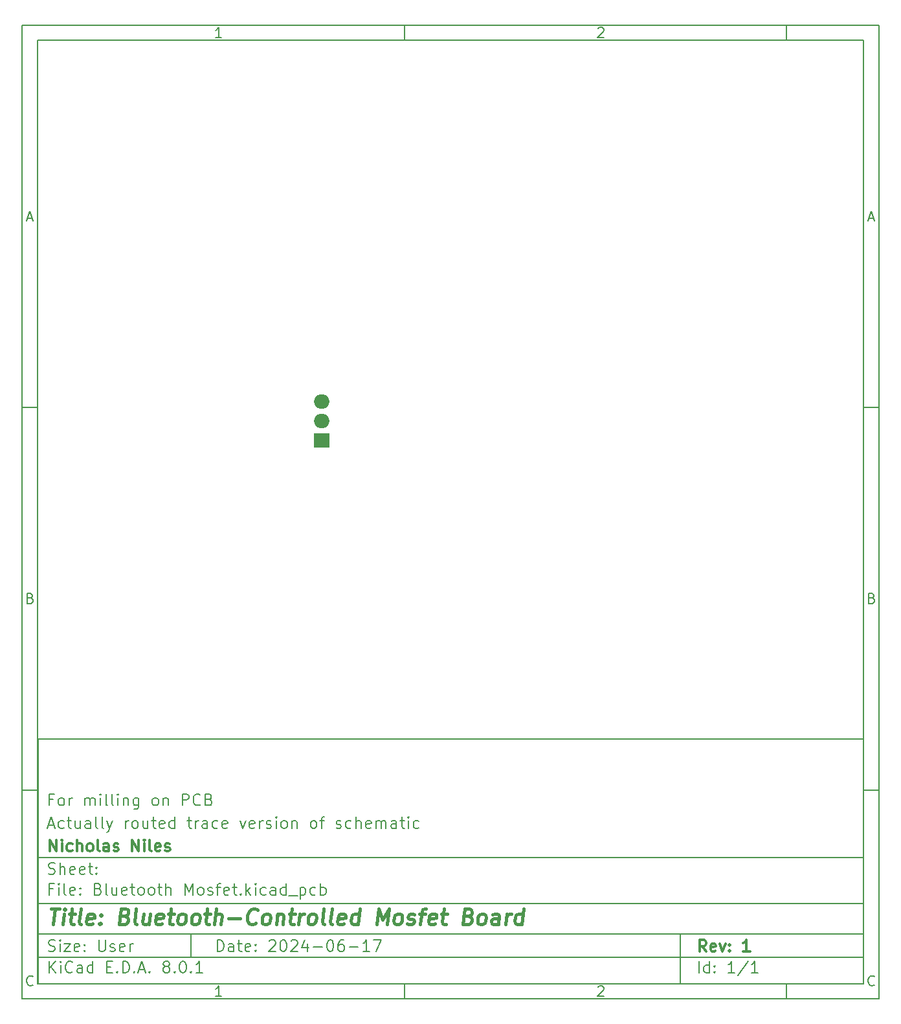
<source format=gbr>
%TF.GenerationSoftware,KiCad,Pcbnew,8.0.1*%
%TF.CreationDate,2024-06-17T11:29:09-04:00*%
%TF.ProjectId,Bluetooth Mosfet,426c7565-746f-46f7-9468-204d6f736665,1*%
%TF.SameCoordinates,Original*%
%TF.FileFunction,Copper,L2,Bot*%
%TF.FilePolarity,Positive*%
%FSLAX46Y46*%
G04 Gerber Fmt 4.6, Leading zero omitted, Abs format (unit mm)*
G04 Created by KiCad (PCBNEW 8.0.1) date 2024-06-17 11:29:09*
%MOMM*%
%LPD*%
G01*
G04 APERTURE LIST*
%ADD10C,0.100000*%
%ADD11C,0.150000*%
%ADD12C,0.300000*%
%ADD13C,0.400000*%
%TA.AperFunction,ComponentPad*%
%ADD14R,2.000000X1.905000*%
%TD*%
%TA.AperFunction,ComponentPad*%
%ADD15O,2.000000X1.905000*%
%TD*%
G04 APERTURE END LIST*
D10*
D11*
X12080000Y-103320000D02*
X120080000Y-103320000D01*
X120080000Y-135320000D01*
X12080000Y-135320000D01*
X12080000Y-103320000D01*
D10*
D11*
X10000000Y-10000000D02*
X122080000Y-10000000D01*
X122080000Y-137320000D01*
X10000000Y-137320000D01*
X10000000Y-10000000D01*
D10*
D11*
X12000000Y-12000000D02*
X120080000Y-12000000D01*
X120080000Y-135320000D01*
X12000000Y-135320000D01*
X12000000Y-12000000D01*
D10*
D11*
X60000000Y-12000000D02*
X60000000Y-10000000D01*
D10*
D11*
X110000000Y-12000000D02*
X110000000Y-10000000D01*
D10*
D11*
X36089160Y-11593604D02*
X35346303Y-11593604D01*
X35717731Y-11593604D02*
X35717731Y-10293604D01*
X35717731Y-10293604D02*
X35593922Y-10479319D01*
X35593922Y-10479319D02*
X35470112Y-10603128D01*
X35470112Y-10603128D02*
X35346303Y-10665033D01*
D10*
D11*
X85346303Y-10417414D02*
X85408207Y-10355509D01*
X85408207Y-10355509D02*
X85532017Y-10293604D01*
X85532017Y-10293604D02*
X85841541Y-10293604D01*
X85841541Y-10293604D02*
X85965350Y-10355509D01*
X85965350Y-10355509D02*
X86027255Y-10417414D01*
X86027255Y-10417414D02*
X86089160Y-10541223D01*
X86089160Y-10541223D02*
X86089160Y-10665033D01*
X86089160Y-10665033D02*
X86027255Y-10850747D01*
X86027255Y-10850747D02*
X85284398Y-11593604D01*
X85284398Y-11593604D02*
X86089160Y-11593604D01*
D10*
D11*
X60000000Y-135320000D02*
X60000000Y-137320000D01*
D10*
D11*
X110000000Y-135320000D02*
X110000000Y-137320000D01*
D10*
D11*
X36089160Y-136913604D02*
X35346303Y-136913604D01*
X35717731Y-136913604D02*
X35717731Y-135613604D01*
X35717731Y-135613604D02*
X35593922Y-135799319D01*
X35593922Y-135799319D02*
X35470112Y-135923128D01*
X35470112Y-135923128D02*
X35346303Y-135985033D01*
D10*
D11*
X85346303Y-135737414D02*
X85408207Y-135675509D01*
X85408207Y-135675509D02*
X85532017Y-135613604D01*
X85532017Y-135613604D02*
X85841541Y-135613604D01*
X85841541Y-135613604D02*
X85965350Y-135675509D01*
X85965350Y-135675509D02*
X86027255Y-135737414D01*
X86027255Y-135737414D02*
X86089160Y-135861223D01*
X86089160Y-135861223D02*
X86089160Y-135985033D01*
X86089160Y-135985033D02*
X86027255Y-136170747D01*
X86027255Y-136170747D02*
X85284398Y-136913604D01*
X85284398Y-136913604D02*
X86089160Y-136913604D01*
D10*
D11*
X10000000Y-60000000D02*
X12000000Y-60000000D01*
D10*
D11*
X10000000Y-110000000D02*
X12000000Y-110000000D01*
D10*
D11*
X10690476Y-35222176D02*
X11309523Y-35222176D01*
X10566666Y-35593604D02*
X10999999Y-34293604D01*
X10999999Y-34293604D02*
X11433333Y-35593604D01*
D10*
D11*
X11092857Y-84912652D02*
X11278571Y-84974557D01*
X11278571Y-84974557D02*
X11340476Y-85036461D01*
X11340476Y-85036461D02*
X11402380Y-85160271D01*
X11402380Y-85160271D02*
X11402380Y-85345985D01*
X11402380Y-85345985D02*
X11340476Y-85469795D01*
X11340476Y-85469795D02*
X11278571Y-85531700D01*
X11278571Y-85531700D02*
X11154761Y-85593604D01*
X11154761Y-85593604D02*
X10659523Y-85593604D01*
X10659523Y-85593604D02*
X10659523Y-84293604D01*
X10659523Y-84293604D02*
X11092857Y-84293604D01*
X11092857Y-84293604D02*
X11216666Y-84355509D01*
X11216666Y-84355509D02*
X11278571Y-84417414D01*
X11278571Y-84417414D02*
X11340476Y-84541223D01*
X11340476Y-84541223D02*
X11340476Y-84665033D01*
X11340476Y-84665033D02*
X11278571Y-84788842D01*
X11278571Y-84788842D02*
X11216666Y-84850747D01*
X11216666Y-84850747D02*
X11092857Y-84912652D01*
X11092857Y-84912652D02*
X10659523Y-84912652D01*
D10*
D11*
X11402380Y-135469795D02*
X11340476Y-135531700D01*
X11340476Y-135531700D02*
X11154761Y-135593604D01*
X11154761Y-135593604D02*
X11030952Y-135593604D01*
X11030952Y-135593604D02*
X10845238Y-135531700D01*
X10845238Y-135531700D02*
X10721428Y-135407890D01*
X10721428Y-135407890D02*
X10659523Y-135284080D01*
X10659523Y-135284080D02*
X10597619Y-135036461D01*
X10597619Y-135036461D02*
X10597619Y-134850747D01*
X10597619Y-134850747D02*
X10659523Y-134603128D01*
X10659523Y-134603128D02*
X10721428Y-134479319D01*
X10721428Y-134479319D02*
X10845238Y-134355509D01*
X10845238Y-134355509D02*
X11030952Y-134293604D01*
X11030952Y-134293604D02*
X11154761Y-134293604D01*
X11154761Y-134293604D02*
X11340476Y-134355509D01*
X11340476Y-134355509D02*
X11402380Y-134417414D01*
D10*
D11*
X122080000Y-60000000D02*
X120080000Y-60000000D01*
D10*
D11*
X122080000Y-110000000D02*
X120080000Y-110000000D01*
D10*
D11*
X120770476Y-35222176D02*
X121389523Y-35222176D01*
X120646666Y-35593604D02*
X121079999Y-34293604D01*
X121079999Y-34293604D02*
X121513333Y-35593604D01*
D10*
D11*
X121172857Y-84912652D02*
X121358571Y-84974557D01*
X121358571Y-84974557D02*
X121420476Y-85036461D01*
X121420476Y-85036461D02*
X121482380Y-85160271D01*
X121482380Y-85160271D02*
X121482380Y-85345985D01*
X121482380Y-85345985D02*
X121420476Y-85469795D01*
X121420476Y-85469795D02*
X121358571Y-85531700D01*
X121358571Y-85531700D02*
X121234761Y-85593604D01*
X121234761Y-85593604D02*
X120739523Y-85593604D01*
X120739523Y-85593604D02*
X120739523Y-84293604D01*
X120739523Y-84293604D02*
X121172857Y-84293604D01*
X121172857Y-84293604D02*
X121296666Y-84355509D01*
X121296666Y-84355509D02*
X121358571Y-84417414D01*
X121358571Y-84417414D02*
X121420476Y-84541223D01*
X121420476Y-84541223D02*
X121420476Y-84665033D01*
X121420476Y-84665033D02*
X121358571Y-84788842D01*
X121358571Y-84788842D02*
X121296666Y-84850747D01*
X121296666Y-84850747D02*
X121172857Y-84912652D01*
X121172857Y-84912652D02*
X120739523Y-84912652D01*
D10*
D11*
X121482380Y-135469795D02*
X121420476Y-135531700D01*
X121420476Y-135531700D02*
X121234761Y-135593604D01*
X121234761Y-135593604D02*
X121110952Y-135593604D01*
X121110952Y-135593604D02*
X120925238Y-135531700D01*
X120925238Y-135531700D02*
X120801428Y-135407890D01*
X120801428Y-135407890D02*
X120739523Y-135284080D01*
X120739523Y-135284080D02*
X120677619Y-135036461D01*
X120677619Y-135036461D02*
X120677619Y-134850747D01*
X120677619Y-134850747D02*
X120739523Y-134603128D01*
X120739523Y-134603128D02*
X120801428Y-134479319D01*
X120801428Y-134479319D02*
X120925238Y-134355509D01*
X120925238Y-134355509D02*
X121110952Y-134293604D01*
X121110952Y-134293604D02*
X121234761Y-134293604D01*
X121234761Y-134293604D02*
X121420476Y-134355509D01*
X121420476Y-134355509D02*
X121482380Y-134417414D01*
D10*
D11*
X35535826Y-131106128D02*
X35535826Y-129606128D01*
X35535826Y-129606128D02*
X35892969Y-129606128D01*
X35892969Y-129606128D02*
X36107255Y-129677557D01*
X36107255Y-129677557D02*
X36250112Y-129820414D01*
X36250112Y-129820414D02*
X36321541Y-129963271D01*
X36321541Y-129963271D02*
X36392969Y-130248985D01*
X36392969Y-130248985D02*
X36392969Y-130463271D01*
X36392969Y-130463271D02*
X36321541Y-130748985D01*
X36321541Y-130748985D02*
X36250112Y-130891842D01*
X36250112Y-130891842D02*
X36107255Y-131034700D01*
X36107255Y-131034700D02*
X35892969Y-131106128D01*
X35892969Y-131106128D02*
X35535826Y-131106128D01*
X37678684Y-131106128D02*
X37678684Y-130320414D01*
X37678684Y-130320414D02*
X37607255Y-130177557D01*
X37607255Y-130177557D02*
X37464398Y-130106128D01*
X37464398Y-130106128D02*
X37178684Y-130106128D01*
X37178684Y-130106128D02*
X37035826Y-130177557D01*
X37678684Y-131034700D02*
X37535826Y-131106128D01*
X37535826Y-131106128D02*
X37178684Y-131106128D01*
X37178684Y-131106128D02*
X37035826Y-131034700D01*
X37035826Y-131034700D02*
X36964398Y-130891842D01*
X36964398Y-130891842D02*
X36964398Y-130748985D01*
X36964398Y-130748985D02*
X37035826Y-130606128D01*
X37035826Y-130606128D02*
X37178684Y-130534700D01*
X37178684Y-130534700D02*
X37535826Y-130534700D01*
X37535826Y-130534700D02*
X37678684Y-130463271D01*
X38178684Y-130106128D02*
X38750112Y-130106128D01*
X38392969Y-129606128D02*
X38392969Y-130891842D01*
X38392969Y-130891842D02*
X38464398Y-131034700D01*
X38464398Y-131034700D02*
X38607255Y-131106128D01*
X38607255Y-131106128D02*
X38750112Y-131106128D01*
X39821541Y-131034700D02*
X39678684Y-131106128D01*
X39678684Y-131106128D02*
X39392970Y-131106128D01*
X39392970Y-131106128D02*
X39250112Y-131034700D01*
X39250112Y-131034700D02*
X39178684Y-130891842D01*
X39178684Y-130891842D02*
X39178684Y-130320414D01*
X39178684Y-130320414D02*
X39250112Y-130177557D01*
X39250112Y-130177557D02*
X39392970Y-130106128D01*
X39392970Y-130106128D02*
X39678684Y-130106128D01*
X39678684Y-130106128D02*
X39821541Y-130177557D01*
X39821541Y-130177557D02*
X39892970Y-130320414D01*
X39892970Y-130320414D02*
X39892970Y-130463271D01*
X39892970Y-130463271D02*
X39178684Y-130606128D01*
X40535826Y-130963271D02*
X40607255Y-131034700D01*
X40607255Y-131034700D02*
X40535826Y-131106128D01*
X40535826Y-131106128D02*
X40464398Y-131034700D01*
X40464398Y-131034700D02*
X40535826Y-130963271D01*
X40535826Y-130963271D02*
X40535826Y-131106128D01*
X40535826Y-130177557D02*
X40607255Y-130248985D01*
X40607255Y-130248985D02*
X40535826Y-130320414D01*
X40535826Y-130320414D02*
X40464398Y-130248985D01*
X40464398Y-130248985D02*
X40535826Y-130177557D01*
X40535826Y-130177557D02*
X40535826Y-130320414D01*
X42321541Y-129748985D02*
X42392969Y-129677557D01*
X42392969Y-129677557D02*
X42535827Y-129606128D01*
X42535827Y-129606128D02*
X42892969Y-129606128D01*
X42892969Y-129606128D02*
X43035827Y-129677557D01*
X43035827Y-129677557D02*
X43107255Y-129748985D01*
X43107255Y-129748985D02*
X43178684Y-129891842D01*
X43178684Y-129891842D02*
X43178684Y-130034700D01*
X43178684Y-130034700D02*
X43107255Y-130248985D01*
X43107255Y-130248985D02*
X42250112Y-131106128D01*
X42250112Y-131106128D02*
X43178684Y-131106128D01*
X44107255Y-129606128D02*
X44250112Y-129606128D01*
X44250112Y-129606128D02*
X44392969Y-129677557D01*
X44392969Y-129677557D02*
X44464398Y-129748985D01*
X44464398Y-129748985D02*
X44535826Y-129891842D01*
X44535826Y-129891842D02*
X44607255Y-130177557D01*
X44607255Y-130177557D02*
X44607255Y-130534700D01*
X44607255Y-130534700D02*
X44535826Y-130820414D01*
X44535826Y-130820414D02*
X44464398Y-130963271D01*
X44464398Y-130963271D02*
X44392969Y-131034700D01*
X44392969Y-131034700D02*
X44250112Y-131106128D01*
X44250112Y-131106128D02*
X44107255Y-131106128D01*
X44107255Y-131106128D02*
X43964398Y-131034700D01*
X43964398Y-131034700D02*
X43892969Y-130963271D01*
X43892969Y-130963271D02*
X43821540Y-130820414D01*
X43821540Y-130820414D02*
X43750112Y-130534700D01*
X43750112Y-130534700D02*
X43750112Y-130177557D01*
X43750112Y-130177557D02*
X43821540Y-129891842D01*
X43821540Y-129891842D02*
X43892969Y-129748985D01*
X43892969Y-129748985D02*
X43964398Y-129677557D01*
X43964398Y-129677557D02*
X44107255Y-129606128D01*
X45178683Y-129748985D02*
X45250111Y-129677557D01*
X45250111Y-129677557D02*
X45392969Y-129606128D01*
X45392969Y-129606128D02*
X45750111Y-129606128D01*
X45750111Y-129606128D02*
X45892969Y-129677557D01*
X45892969Y-129677557D02*
X45964397Y-129748985D01*
X45964397Y-129748985D02*
X46035826Y-129891842D01*
X46035826Y-129891842D02*
X46035826Y-130034700D01*
X46035826Y-130034700D02*
X45964397Y-130248985D01*
X45964397Y-130248985D02*
X45107254Y-131106128D01*
X45107254Y-131106128D02*
X46035826Y-131106128D01*
X47321540Y-130106128D02*
X47321540Y-131106128D01*
X46964397Y-129534700D02*
X46607254Y-130606128D01*
X46607254Y-130606128D02*
X47535825Y-130606128D01*
X48107253Y-130534700D02*
X49250111Y-130534700D01*
X50250111Y-129606128D02*
X50392968Y-129606128D01*
X50392968Y-129606128D02*
X50535825Y-129677557D01*
X50535825Y-129677557D02*
X50607254Y-129748985D01*
X50607254Y-129748985D02*
X50678682Y-129891842D01*
X50678682Y-129891842D02*
X50750111Y-130177557D01*
X50750111Y-130177557D02*
X50750111Y-130534700D01*
X50750111Y-130534700D02*
X50678682Y-130820414D01*
X50678682Y-130820414D02*
X50607254Y-130963271D01*
X50607254Y-130963271D02*
X50535825Y-131034700D01*
X50535825Y-131034700D02*
X50392968Y-131106128D01*
X50392968Y-131106128D02*
X50250111Y-131106128D01*
X50250111Y-131106128D02*
X50107254Y-131034700D01*
X50107254Y-131034700D02*
X50035825Y-130963271D01*
X50035825Y-130963271D02*
X49964396Y-130820414D01*
X49964396Y-130820414D02*
X49892968Y-130534700D01*
X49892968Y-130534700D02*
X49892968Y-130177557D01*
X49892968Y-130177557D02*
X49964396Y-129891842D01*
X49964396Y-129891842D02*
X50035825Y-129748985D01*
X50035825Y-129748985D02*
X50107254Y-129677557D01*
X50107254Y-129677557D02*
X50250111Y-129606128D01*
X52035825Y-129606128D02*
X51750110Y-129606128D01*
X51750110Y-129606128D02*
X51607253Y-129677557D01*
X51607253Y-129677557D02*
X51535825Y-129748985D01*
X51535825Y-129748985D02*
X51392967Y-129963271D01*
X51392967Y-129963271D02*
X51321539Y-130248985D01*
X51321539Y-130248985D02*
X51321539Y-130820414D01*
X51321539Y-130820414D02*
X51392967Y-130963271D01*
X51392967Y-130963271D02*
X51464396Y-131034700D01*
X51464396Y-131034700D02*
X51607253Y-131106128D01*
X51607253Y-131106128D02*
X51892967Y-131106128D01*
X51892967Y-131106128D02*
X52035825Y-131034700D01*
X52035825Y-131034700D02*
X52107253Y-130963271D01*
X52107253Y-130963271D02*
X52178682Y-130820414D01*
X52178682Y-130820414D02*
X52178682Y-130463271D01*
X52178682Y-130463271D02*
X52107253Y-130320414D01*
X52107253Y-130320414D02*
X52035825Y-130248985D01*
X52035825Y-130248985D02*
X51892967Y-130177557D01*
X51892967Y-130177557D02*
X51607253Y-130177557D01*
X51607253Y-130177557D02*
X51464396Y-130248985D01*
X51464396Y-130248985D02*
X51392967Y-130320414D01*
X51392967Y-130320414D02*
X51321539Y-130463271D01*
X52821538Y-130534700D02*
X53964396Y-130534700D01*
X55464396Y-131106128D02*
X54607253Y-131106128D01*
X55035824Y-131106128D02*
X55035824Y-129606128D01*
X55035824Y-129606128D02*
X54892967Y-129820414D01*
X54892967Y-129820414D02*
X54750110Y-129963271D01*
X54750110Y-129963271D02*
X54607253Y-130034700D01*
X55964395Y-129606128D02*
X56964395Y-129606128D01*
X56964395Y-129606128D02*
X56321538Y-131106128D01*
D10*
D11*
X12080000Y-131820000D02*
X120080000Y-131820000D01*
D10*
D11*
X13535826Y-133906128D02*
X13535826Y-132406128D01*
X14392969Y-133906128D02*
X13750112Y-133048985D01*
X14392969Y-132406128D02*
X13535826Y-133263271D01*
X15035826Y-133906128D02*
X15035826Y-132906128D01*
X15035826Y-132406128D02*
X14964398Y-132477557D01*
X14964398Y-132477557D02*
X15035826Y-132548985D01*
X15035826Y-132548985D02*
X15107255Y-132477557D01*
X15107255Y-132477557D02*
X15035826Y-132406128D01*
X15035826Y-132406128D02*
X15035826Y-132548985D01*
X16607255Y-133763271D02*
X16535827Y-133834700D01*
X16535827Y-133834700D02*
X16321541Y-133906128D01*
X16321541Y-133906128D02*
X16178684Y-133906128D01*
X16178684Y-133906128D02*
X15964398Y-133834700D01*
X15964398Y-133834700D02*
X15821541Y-133691842D01*
X15821541Y-133691842D02*
X15750112Y-133548985D01*
X15750112Y-133548985D02*
X15678684Y-133263271D01*
X15678684Y-133263271D02*
X15678684Y-133048985D01*
X15678684Y-133048985D02*
X15750112Y-132763271D01*
X15750112Y-132763271D02*
X15821541Y-132620414D01*
X15821541Y-132620414D02*
X15964398Y-132477557D01*
X15964398Y-132477557D02*
X16178684Y-132406128D01*
X16178684Y-132406128D02*
X16321541Y-132406128D01*
X16321541Y-132406128D02*
X16535827Y-132477557D01*
X16535827Y-132477557D02*
X16607255Y-132548985D01*
X17892970Y-133906128D02*
X17892970Y-133120414D01*
X17892970Y-133120414D02*
X17821541Y-132977557D01*
X17821541Y-132977557D02*
X17678684Y-132906128D01*
X17678684Y-132906128D02*
X17392970Y-132906128D01*
X17392970Y-132906128D02*
X17250112Y-132977557D01*
X17892970Y-133834700D02*
X17750112Y-133906128D01*
X17750112Y-133906128D02*
X17392970Y-133906128D01*
X17392970Y-133906128D02*
X17250112Y-133834700D01*
X17250112Y-133834700D02*
X17178684Y-133691842D01*
X17178684Y-133691842D02*
X17178684Y-133548985D01*
X17178684Y-133548985D02*
X17250112Y-133406128D01*
X17250112Y-133406128D02*
X17392970Y-133334700D01*
X17392970Y-133334700D02*
X17750112Y-133334700D01*
X17750112Y-133334700D02*
X17892970Y-133263271D01*
X19250113Y-133906128D02*
X19250113Y-132406128D01*
X19250113Y-133834700D02*
X19107255Y-133906128D01*
X19107255Y-133906128D02*
X18821541Y-133906128D01*
X18821541Y-133906128D02*
X18678684Y-133834700D01*
X18678684Y-133834700D02*
X18607255Y-133763271D01*
X18607255Y-133763271D02*
X18535827Y-133620414D01*
X18535827Y-133620414D02*
X18535827Y-133191842D01*
X18535827Y-133191842D02*
X18607255Y-133048985D01*
X18607255Y-133048985D02*
X18678684Y-132977557D01*
X18678684Y-132977557D02*
X18821541Y-132906128D01*
X18821541Y-132906128D02*
X19107255Y-132906128D01*
X19107255Y-132906128D02*
X19250113Y-132977557D01*
X21107255Y-133120414D02*
X21607255Y-133120414D01*
X21821541Y-133906128D02*
X21107255Y-133906128D01*
X21107255Y-133906128D02*
X21107255Y-132406128D01*
X21107255Y-132406128D02*
X21821541Y-132406128D01*
X22464398Y-133763271D02*
X22535827Y-133834700D01*
X22535827Y-133834700D02*
X22464398Y-133906128D01*
X22464398Y-133906128D02*
X22392970Y-133834700D01*
X22392970Y-133834700D02*
X22464398Y-133763271D01*
X22464398Y-133763271D02*
X22464398Y-133906128D01*
X23178684Y-133906128D02*
X23178684Y-132406128D01*
X23178684Y-132406128D02*
X23535827Y-132406128D01*
X23535827Y-132406128D02*
X23750113Y-132477557D01*
X23750113Y-132477557D02*
X23892970Y-132620414D01*
X23892970Y-132620414D02*
X23964399Y-132763271D01*
X23964399Y-132763271D02*
X24035827Y-133048985D01*
X24035827Y-133048985D02*
X24035827Y-133263271D01*
X24035827Y-133263271D02*
X23964399Y-133548985D01*
X23964399Y-133548985D02*
X23892970Y-133691842D01*
X23892970Y-133691842D02*
X23750113Y-133834700D01*
X23750113Y-133834700D02*
X23535827Y-133906128D01*
X23535827Y-133906128D02*
X23178684Y-133906128D01*
X24678684Y-133763271D02*
X24750113Y-133834700D01*
X24750113Y-133834700D02*
X24678684Y-133906128D01*
X24678684Y-133906128D02*
X24607256Y-133834700D01*
X24607256Y-133834700D02*
X24678684Y-133763271D01*
X24678684Y-133763271D02*
X24678684Y-133906128D01*
X25321542Y-133477557D02*
X26035828Y-133477557D01*
X25178685Y-133906128D02*
X25678685Y-132406128D01*
X25678685Y-132406128D02*
X26178685Y-133906128D01*
X26678684Y-133763271D02*
X26750113Y-133834700D01*
X26750113Y-133834700D02*
X26678684Y-133906128D01*
X26678684Y-133906128D02*
X26607256Y-133834700D01*
X26607256Y-133834700D02*
X26678684Y-133763271D01*
X26678684Y-133763271D02*
X26678684Y-133906128D01*
X28750113Y-133048985D02*
X28607256Y-132977557D01*
X28607256Y-132977557D02*
X28535827Y-132906128D01*
X28535827Y-132906128D02*
X28464399Y-132763271D01*
X28464399Y-132763271D02*
X28464399Y-132691842D01*
X28464399Y-132691842D02*
X28535827Y-132548985D01*
X28535827Y-132548985D02*
X28607256Y-132477557D01*
X28607256Y-132477557D02*
X28750113Y-132406128D01*
X28750113Y-132406128D02*
X29035827Y-132406128D01*
X29035827Y-132406128D02*
X29178685Y-132477557D01*
X29178685Y-132477557D02*
X29250113Y-132548985D01*
X29250113Y-132548985D02*
X29321542Y-132691842D01*
X29321542Y-132691842D02*
X29321542Y-132763271D01*
X29321542Y-132763271D02*
X29250113Y-132906128D01*
X29250113Y-132906128D02*
X29178685Y-132977557D01*
X29178685Y-132977557D02*
X29035827Y-133048985D01*
X29035827Y-133048985D02*
X28750113Y-133048985D01*
X28750113Y-133048985D02*
X28607256Y-133120414D01*
X28607256Y-133120414D02*
X28535827Y-133191842D01*
X28535827Y-133191842D02*
X28464399Y-133334700D01*
X28464399Y-133334700D02*
X28464399Y-133620414D01*
X28464399Y-133620414D02*
X28535827Y-133763271D01*
X28535827Y-133763271D02*
X28607256Y-133834700D01*
X28607256Y-133834700D02*
X28750113Y-133906128D01*
X28750113Y-133906128D02*
X29035827Y-133906128D01*
X29035827Y-133906128D02*
X29178685Y-133834700D01*
X29178685Y-133834700D02*
X29250113Y-133763271D01*
X29250113Y-133763271D02*
X29321542Y-133620414D01*
X29321542Y-133620414D02*
X29321542Y-133334700D01*
X29321542Y-133334700D02*
X29250113Y-133191842D01*
X29250113Y-133191842D02*
X29178685Y-133120414D01*
X29178685Y-133120414D02*
X29035827Y-133048985D01*
X29964398Y-133763271D02*
X30035827Y-133834700D01*
X30035827Y-133834700D02*
X29964398Y-133906128D01*
X29964398Y-133906128D02*
X29892970Y-133834700D01*
X29892970Y-133834700D02*
X29964398Y-133763271D01*
X29964398Y-133763271D02*
X29964398Y-133906128D01*
X30964399Y-132406128D02*
X31107256Y-132406128D01*
X31107256Y-132406128D02*
X31250113Y-132477557D01*
X31250113Y-132477557D02*
X31321542Y-132548985D01*
X31321542Y-132548985D02*
X31392970Y-132691842D01*
X31392970Y-132691842D02*
X31464399Y-132977557D01*
X31464399Y-132977557D02*
X31464399Y-133334700D01*
X31464399Y-133334700D02*
X31392970Y-133620414D01*
X31392970Y-133620414D02*
X31321542Y-133763271D01*
X31321542Y-133763271D02*
X31250113Y-133834700D01*
X31250113Y-133834700D02*
X31107256Y-133906128D01*
X31107256Y-133906128D02*
X30964399Y-133906128D01*
X30964399Y-133906128D02*
X30821542Y-133834700D01*
X30821542Y-133834700D02*
X30750113Y-133763271D01*
X30750113Y-133763271D02*
X30678684Y-133620414D01*
X30678684Y-133620414D02*
X30607256Y-133334700D01*
X30607256Y-133334700D02*
X30607256Y-132977557D01*
X30607256Y-132977557D02*
X30678684Y-132691842D01*
X30678684Y-132691842D02*
X30750113Y-132548985D01*
X30750113Y-132548985D02*
X30821542Y-132477557D01*
X30821542Y-132477557D02*
X30964399Y-132406128D01*
X32107255Y-133763271D02*
X32178684Y-133834700D01*
X32178684Y-133834700D02*
X32107255Y-133906128D01*
X32107255Y-133906128D02*
X32035827Y-133834700D01*
X32035827Y-133834700D02*
X32107255Y-133763271D01*
X32107255Y-133763271D02*
X32107255Y-133906128D01*
X33607256Y-133906128D02*
X32750113Y-133906128D01*
X33178684Y-133906128D02*
X33178684Y-132406128D01*
X33178684Y-132406128D02*
X33035827Y-132620414D01*
X33035827Y-132620414D02*
X32892970Y-132763271D01*
X32892970Y-132763271D02*
X32750113Y-132834700D01*
D10*
D11*
X12080000Y-128820000D02*
X120080000Y-128820000D01*
D10*
D12*
X99491653Y-131098328D02*
X98991653Y-130384042D01*
X98634510Y-131098328D02*
X98634510Y-129598328D01*
X98634510Y-129598328D02*
X99205939Y-129598328D01*
X99205939Y-129598328D02*
X99348796Y-129669757D01*
X99348796Y-129669757D02*
X99420225Y-129741185D01*
X99420225Y-129741185D02*
X99491653Y-129884042D01*
X99491653Y-129884042D02*
X99491653Y-130098328D01*
X99491653Y-130098328D02*
X99420225Y-130241185D01*
X99420225Y-130241185D02*
X99348796Y-130312614D01*
X99348796Y-130312614D02*
X99205939Y-130384042D01*
X99205939Y-130384042D02*
X98634510Y-130384042D01*
X100705939Y-131026900D02*
X100563082Y-131098328D01*
X100563082Y-131098328D02*
X100277368Y-131098328D01*
X100277368Y-131098328D02*
X100134510Y-131026900D01*
X100134510Y-131026900D02*
X100063082Y-130884042D01*
X100063082Y-130884042D02*
X100063082Y-130312614D01*
X100063082Y-130312614D02*
X100134510Y-130169757D01*
X100134510Y-130169757D02*
X100277368Y-130098328D01*
X100277368Y-130098328D02*
X100563082Y-130098328D01*
X100563082Y-130098328D02*
X100705939Y-130169757D01*
X100705939Y-130169757D02*
X100777368Y-130312614D01*
X100777368Y-130312614D02*
X100777368Y-130455471D01*
X100777368Y-130455471D02*
X100063082Y-130598328D01*
X101277367Y-130098328D02*
X101634510Y-131098328D01*
X101634510Y-131098328D02*
X101991653Y-130098328D01*
X102563081Y-130955471D02*
X102634510Y-131026900D01*
X102634510Y-131026900D02*
X102563081Y-131098328D01*
X102563081Y-131098328D02*
X102491653Y-131026900D01*
X102491653Y-131026900D02*
X102563081Y-130955471D01*
X102563081Y-130955471D02*
X102563081Y-131098328D01*
X102563081Y-130169757D02*
X102634510Y-130241185D01*
X102634510Y-130241185D02*
X102563081Y-130312614D01*
X102563081Y-130312614D02*
X102491653Y-130241185D01*
X102491653Y-130241185D02*
X102563081Y-130169757D01*
X102563081Y-130169757D02*
X102563081Y-130312614D01*
X105205939Y-131098328D02*
X104348796Y-131098328D01*
X104777367Y-131098328D02*
X104777367Y-129598328D01*
X104777367Y-129598328D02*
X104634510Y-129812614D01*
X104634510Y-129812614D02*
X104491653Y-129955471D01*
X104491653Y-129955471D02*
X104348796Y-130026900D01*
D10*
D11*
X13464398Y-131034700D02*
X13678684Y-131106128D01*
X13678684Y-131106128D02*
X14035826Y-131106128D01*
X14035826Y-131106128D02*
X14178684Y-131034700D01*
X14178684Y-131034700D02*
X14250112Y-130963271D01*
X14250112Y-130963271D02*
X14321541Y-130820414D01*
X14321541Y-130820414D02*
X14321541Y-130677557D01*
X14321541Y-130677557D02*
X14250112Y-130534700D01*
X14250112Y-130534700D02*
X14178684Y-130463271D01*
X14178684Y-130463271D02*
X14035826Y-130391842D01*
X14035826Y-130391842D02*
X13750112Y-130320414D01*
X13750112Y-130320414D02*
X13607255Y-130248985D01*
X13607255Y-130248985D02*
X13535826Y-130177557D01*
X13535826Y-130177557D02*
X13464398Y-130034700D01*
X13464398Y-130034700D02*
X13464398Y-129891842D01*
X13464398Y-129891842D02*
X13535826Y-129748985D01*
X13535826Y-129748985D02*
X13607255Y-129677557D01*
X13607255Y-129677557D02*
X13750112Y-129606128D01*
X13750112Y-129606128D02*
X14107255Y-129606128D01*
X14107255Y-129606128D02*
X14321541Y-129677557D01*
X14964397Y-131106128D02*
X14964397Y-130106128D01*
X14964397Y-129606128D02*
X14892969Y-129677557D01*
X14892969Y-129677557D02*
X14964397Y-129748985D01*
X14964397Y-129748985D02*
X15035826Y-129677557D01*
X15035826Y-129677557D02*
X14964397Y-129606128D01*
X14964397Y-129606128D02*
X14964397Y-129748985D01*
X15535826Y-130106128D02*
X16321541Y-130106128D01*
X16321541Y-130106128D02*
X15535826Y-131106128D01*
X15535826Y-131106128D02*
X16321541Y-131106128D01*
X17464398Y-131034700D02*
X17321541Y-131106128D01*
X17321541Y-131106128D02*
X17035827Y-131106128D01*
X17035827Y-131106128D02*
X16892969Y-131034700D01*
X16892969Y-131034700D02*
X16821541Y-130891842D01*
X16821541Y-130891842D02*
X16821541Y-130320414D01*
X16821541Y-130320414D02*
X16892969Y-130177557D01*
X16892969Y-130177557D02*
X17035827Y-130106128D01*
X17035827Y-130106128D02*
X17321541Y-130106128D01*
X17321541Y-130106128D02*
X17464398Y-130177557D01*
X17464398Y-130177557D02*
X17535827Y-130320414D01*
X17535827Y-130320414D02*
X17535827Y-130463271D01*
X17535827Y-130463271D02*
X16821541Y-130606128D01*
X18178683Y-130963271D02*
X18250112Y-131034700D01*
X18250112Y-131034700D02*
X18178683Y-131106128D01*
X18178683Y-131106128D02*
X18107255Y-131034700D01*
X18107255Y-131034700D02*
X18178683Y-130963271D01*
X18178683Y-130963271D02*
X18178683Y-131106128D01*
X18178683Y-130177557D02*
X18250112Y-130248985D01*
X18250112Y-130248985D02*
X18178683Y-130320414D01*
X18178683Y-130320414D02*
X18107255Y-130248985D01*
X18107255Y-130248985D02*
X18178683Y-130177557D01*
X18178683Y-130177557D02*
X18178683Y-130320414D01*
X20035826Y-129606128D02*
X20035826Y-130820414D01*
X20035826Y-130820414D02*
X20107255Y-130963271D01*
X20107255Y-130963271D02*
X20178684Y-131034700D01*
X20178684Y-131034700D02*
X20321541Y-131106128D01*
X20321541Y-131106128D02*
X20607255Y-131106128D01*
X20607255Y-131106128D02*
X20750112Y-131034700D01*
X20750112Y-131034700D02*
X20821541Y-130963271D01*
X20821541Y-130963271D02*
X20892969Y-130820414D01*
X20892969Y-130820414D02*
X20892969Y-129606128D01*
X21535827Y-131034700D02*
X21678684Y-131106128D01*
X21678684Y-131106128D02*
X21964398Y-131106128D01*
X21964398Y-131106128D02*
X22107255Y-131034700D01*
X22107255Y-131034700D02*
X22178684Y-130891842D01*
X22178684Y-130891842D02*
X22178684Y-130820414D01*
X22178684Y-130820414D02*
X22107255Y-130677557D01*
X22107255Y-130677557D02*
X21964398Y-130606128D01*
X21964398Y-130606128D02*
X21750113Y-130606128D01*
X21750113Y-130606128D02*
X21607255Y-130534700D01*
X21607255Y-130534700D02*
X21535827Y-130391842D01*
X21535827Y-130391842D02*
X21535827Y-130320414D01*
X21535827Y-130320414D02*
X21607255Y-130177557D01*
X21607255Y-130177557D02*
X21750113Y-130106128D01*
X21750113Y-130106128D02*
X21964398Y-130106128D01*
X21964398Y-130106128D02*
X22107255Y-130177557D01*
X23392970Y-131034700D02*
X23250113Y-131106128D01*
X23250113Y-131106128D02*
X22964399Y-131106128D01*
X22964399Y-131106128D02*
X22821541Y-131034700D01*
X22821541Y-131034700D02*
X22750113Y-130891842D01*
X22750113Y-130891842D02*
X22750113Y-130320414D01*
X22750113Y-130320414D02*
X22821541Y-130177557D01*
X22821541Y-130177557D02*
X22964399Y-130106128D01*
X22964399Y-130106128D02*
X23250113Y-130106128D01*
X23250113Y-130106128D02*
X23392970Y-130177557D01*
X23392970Y-130177557D02*
X23464399Y-130320414D01*
X23464399Y-130320414D02*
X23464399Y-130463271D01*
X23464399Y-130463271D02*
X22750113Y-130606128D01*
X24107255Y-131106128D02*
X24107255Y-130106128D01*
X24107255Y-130391842D02*
X24178684Y-130248985D01*
X24178684Y-130248985D02*
X24250113Y-130177557D01*
X24250113Y-130177557D02*
X24392970Y-130106128D01*
X24392970Y-130106128D02*
X24535827Y-130106128D01*
D10*
D11*
X98535826Y-133906128D02*
X98535826Y-132406128D01*
X99892970Y-133906128D02*
X99892970Y-132406128D01*
X99892970Y-133834700D02*
X99750112Y-133906128D01*
X99750112Y-133906128D02*
X99464398Y-133906128D01*
X99464398Y-133906128D02*
X99321541Y-133834700D01*
X99321541Y-133834700D02*
X99250112Y-133763271D01*
X99250112Y-133763271D02*
X99178684Y-133620414D01*
X99178684Y-133620414D02*
X99178684Y-133191842D01*
X99178684Y-133191842D02*
X99250112Y-133048985D01*
X99250112Y-133048985D02*
X99321541Y-132977557D01*
X99321541Y-132977557D02*
X99464398Y-132906128D01*
X99464398Y-132906128D02*
X99750112Y-132906128D01*
X99750112Y-132906128D02*
X99892970Y-132977557D01*
X100607255Y-133763271D02*
X100678684Y-133834700D01*
X100678684Y-133834700D02*
X100607255Y-133906128D01*
X100607255Y-133906128D02*
X100535827Y-133834700D01*
X100535827Y-133834700D02*
X100607255Y-133763271D01*
X100607255Y-133763271D02*
X100607255Y-133906128D01*
X100607255Y-132977557D02*
X100678684Y-133048985D01*
X100678684Y-133048985D02*
X100607255Y-133120414D01*
X100607255Y-133120414D02*
X100535827Y-133048985D01*
X100535827Y-133048985D02*
X100607255Y-132977557D01*
X100607255Y-132977557D02*
X100607255Y-133120414D01*
X103250113Y-133906128D02*
X102392970Y-133906128D01*
X102821541Y-133906128D02*
X102821541Y-132406128D01*
X102821541Y-132406128D02*
X102678684Y-132620414D01*
X102678684Y-132620414D02*
X102535827Y-132763271D01*
X102535827Y-132763271D02*
X102392970Y-132834700D01*
X104964398Y-132334700D02*
X103678684Y-134263271D01*
X106250113Y-133906128D02*
X105392970Y-133906128D01*
X105821541Y-133906128D02*
X105821541Y-132406128D01*
X105821541Y-132406128D02*
X105678684Y-132620414D01*
X105678684Y-132620414D02*
X105535827Y-132763271D01*
X105535827Y-132763271D02*
X105392970Y-132834700D01*
D10*
D11*
X12080000Y-124820000D02*
X120080000Y-124820000D01*
D10*
D13*
X13771728Y-125524438D02*
X14914585Y-125524438D01*
X14093157Y-127524438D02*
X14343157Y-125524438D01*
X15331252Y-127524438D02*
X15497919Y-126191104D01*
X15581252Y-125524438D02*
X15474109Y-125619676D01*
X15474109Y-125619676D02*
X15557443Y-125714914D01*
X15557443Y-125714914D02*
X15664586Y-125619676D01*
X15664586Y-125619676D02*
X15581252Y-125524438D01*
X15581252Y-125524438D02*
X15557443Y-125714914D01*
X16164586Y-126191104D02*
X16926490Y-126191104D01*
X16533633Y-125524438D02*
X16319348Y-127238723D01*
X16319348Y-127238723D02*
X16390776Y-127429200D01*
X16390776Y-127429200D02*
X16569348Y-127524438D01*
X16569348Y-127524438D02*
X16759824Y-127524438D01*
X17712205Y-127524438D02*
X17533633Y-127429200D01*
X17533633Y-127429200D02*
X17462205Y-127238723D01*
X17462205Y-127238723D02*
X17676490Y-125524438D01*
X19247919Y-127429200D02*
X19045538Y-127524438D01*
X19045538Y-127524438D02*
X18664585Y-127524438D01*
X18664585Y-127524438D02*
X18486014Y-127429200D01*
X18486014Y-127429200D02*
X18414585Y-127238723D01*
X18414585Y-127238723D02*
X18509824Y-126476819D01*
X18509824Y-126476819D02*
X18628871Y-126286342D01*
X18628871Y-126286342D02*
X18831252Y-126191104D01*
X18831252Y-126191104D02*
X19212204Y-126191104D01*
X19212204Y-126191104D02*
X19390776Y-126286342D01*
X19390776Y-126286342D02*
X19462204Y-126476819D01*
X19462204Y-126476819D02*
X19438395Y-126667295D01*
X19438395Y-126667295D02*
X18462204Y-126857771D01*
X20212205Y-127333961D02*
X20295538Y-127429200D01*
X20295538Y-127429200D02*
X20188395Y-127524438D01*
X20188395Y-127524438D02*
X20105062Y-127429200D01*
X20105062Y-127429200D02*
X20212205Y-127333961D01*
X20212205Y-127333961D02*
X20188395Y-127524438D01*
X20343157Y-126286342D02*
X20426490Y-126381580D01*
X20426490Y-126381580D02*
X20319348Y-126476819D01*
X20319348Y-126476819D02*
X20236014Y-126381580D01*
X20236014Y-126381580D02*
X20343157Y-126286342D01*
X20343157Y-126286342D02*
X20319348Y-126476819D01*
X23462205Y-126476819D02*
X23736015Y-126572057D01*
X23736015Y-126572057D02*
X23819348Y-126667295D01*
X23819348Y-126667295D02*
X23890777Y-126857771D01*
X23890777Y-126857771D02*
X23855062Y-127143485D01*
X23855062Y-127143485D02*
X23736015Y-127333961D01*
X23736015Y-127333961D02*
X23628872Y-127429200D01*
X23628872Y-127429200D02*
X23426491Y-127524438D01*
X23426491Y-127524438D02*
X22664586Y-127524438D01*
X22664586Y-127524438D02*
X22914586Y-125524438D01*
X22914586Y-125524438D02*
X23581253Y-125524438D01*
X23581253Y-125524438D02*
X23759824Y-125619676D01*
X23759824Y-125619676D02*
X23843158Y-125714914D01*
X23843158Y-125714914D02*
X23914586Y-125905390D01*
X23914586Y-125905390D02*
X23890777Y-126095866D01*
X23890777Y-126095866D02*
X23771729Y-126286342D01*
X23771729Y-126286342D02*
X23664586Y-126381580D01*
X23664586Y-126381580D02*
X23462205Y-126476819D01*
X23462205Y-126476819D02*
X22795539Y-126476819D01*
X24950301Y-127524438D02*
X24771729Y-127429200D01*
X24771729Y-127429200D02*
X24700301Y-127238723D01*
X24700301Y-127238723D02*
X24914586Y-125524438D01*
X26736015Y-126191104D02*
X26569348Y-127524438D01*
X25878872Y-126191104D02*
X25747920Y-127238723D01*
X25747920Y-127238723D02*
X25819348Y-127429200D01*
X25819348Y-127429200D02*
X25997920Y-127524438D01*
X25997920Y-127524438D02*
X26283634Y-127524438D01*
X26283634Y-127524438D02*
X26486015Y-127429200D01*
X26486015Y-127429200D02*
X26593158Y-127333961D01*
X28295539Y-127429200D02*
X28093158Y-127524438D01*
X28093158Y-127524438D02*
X27712205Y-127524438D01*
X27712205Y-127524438D02*
X27533634Y-127429200D01*
X27533634Y-127429200D02*
X27462205Y-127238723D01*
X27462205Y-127238723D02*
X27557444Y-126476819D01*
X27557444Y-126476819D02*
X27676491Y-126286342D01*
X27676491Y-126286342D02*
X27878872Y-126191104D01*
X27878872Y-126191104D02*
X28259824Y-126191104D01*
X28259824Y-126191104D02*
X28438396Y-126286342D01*
X28438396Y-126286342D02*
X28509824Y-126476819D01*
X28509824Y-126476819D02*
X28486015Y-126667295D01*
X28486015Y-126667295D02*
X27509824Y-126857771D01*
X29116968Y-126191104D02*
X29878872Y-126191104D01*
X29486015Y-125524438D02*
X29271730Y-127238723D01*
X29271730Y-127238723D02*
X29343158Y-127429200D01*
X29343158Y-127429200D02*
X29521730Y-127524438D01*
X29521730Y-127524438D02*
X29712206Y-127524438D01*
X30664587Y-127524438D02*
X30486015Y-127429200D01*
X30486015Y-127429200D02*
X30402682Y-127333961D01*
X30402682Y-127333961D02*
X30331253Y-127143485D01*
X30331253Y-127143485D02*
X30402682Y-126572057D01*
X30402682Y-126572057D02*
X30521729Y-126381580D01*
X30521729Y-126381580D02*
X30628872Y-126286342D01*
X30628872Y-126286342D02*
X30831253Y-126191104D01*
X30831253Y-126191104D02*
X31116967Y-126191104D01*
X31116967Y-126191104D02*
X31295539Y-126286342D01*
X31295539Y-126286342D02*
X31378872Y-126381580D01*
X31378872Y-126381580D02*
X31450301Y-126572057D01*
X31450301Y-126572057D02*
X31378872Y-127143485D01*
X31378872Y-127143485D02*
X31259825Y-127333961D01*
X31259825Y-127333961D02*
X31152682Y-127429200D01*
X31152682Y-127429200D02*
X30950301Y-127524438D01*
X30950301Y-127524438D02*
X30664587Y-127524438D01*
X32474111Y-127524438D02*
X32295539Y-127429200D01*
X32295539Y-127429200D02*
X32212206Y-127333961D01*
X32212206Y-127333961D02*
X32140777Y-127143485D01*
X32140777Y-127143485D02*
X32212206Y-126572057D01*
X32212206Y-126572057D02*
X32331253Y-126381580D01*
X32331253Y-126381580D02*
X32438396Y-126286342D01*
X32438396Y-126286342D02*
X32640777Y-126191104D01*
X32640777Y-126191104D02*
X32926491Y-126191104D01*
X32926491Y-126191104D02*
X33105063Y-126286342D01*
X33105063Y-126286342D02*
X33188396Y-126381580D01*
X33188396Y-126381580D02*
X33259825Y-126572057D01*
X33259825Y-126572057D02*
X33188396Y-127143485D01*
X33188396Y-127143485D02*
X33069349Y-127333961D01*
X33069349Y-127333961D02*
X32962206Y-127429200D01*
X32962206Y-127429200D02*
X32759825Y-127524438D01*
X32759825Y-127524438D02*
X32474111Y-127524438D01*
X33878873Y-126191104D02*
X34640777Y-126191104D01*
X34247920Y-125524438D02*
X34033635Y-127238723D01*
X34033635Y-127238723D02*
X34105063Y-127429200D01*
X34105063Y-127429200D02*
X34283635Y-127524438D01*
X34283635Y-127524438D02*
X34474111Y-127524438D01*
X35140777Y-127524438D02*
X35390777Y-125524438D01*
X35997920Y-127524438D02*
X36128872Y-126476819D01*
X36128872Y-126476819D02*
X36057444Y-126286342D01*
X36057444Y-126286342D02*
X35878872Y-126191104D01*
X35878872Y-126191104D02*
X35593158Y-126191104D01*
X35593158Y-126191104D02*
X35390777Y-126286342D01*
X35390777Y-126286342D02*
X35283634Y-126381580D01*
X37045539Y-126762533D02*
X38569349Y-126762533D01*
X40593158Y-127333961D02*
X40486015Y-127429200D01*
X40486015Y-127429200D02*
X40188396Y-127524438D01*
X40188396Y-127524438D02*
X39997920Y-127524438D01*
X39997920Y-127524438D02*
X39724110Y-127429200D01*
X39724110Y-127429200D02*
X39557444Y-127238723D01*
X39557444Y-127238723D02*
X39486015Y-127048247D01*
X39486015Y-127048247D02*
X39438396Y-126667295D01*
X39438396Y-126667295D02*
X39474110Y-126381580D01*
X39474110Y-126381580D02*
X39616967Y-126000628D01*
X39616967Y-126000628D02*
X39736015Y-125810152D01*
X39736015Y-125810152D02*
X39950301Y-125619676D01*
X39950301Y-125619676D02*
X40247920Y-125524438D01*
X40247920Y-125524438D02*
X40438396Y-125524438D01*
X40438396Y-125524438D02*
X40712206Y-125619676D01*
X40712206Y-125619676D02*
X40795539Y-125714914D01*
X41712206Y-127524438D02*
X41533634Y-127429200D01*
X41533634Y-127429200D02*
X41450301Y-127333961D01*
X41450301Y-127333961D02*
X41378872Y-127143485D01*
X41378872Y-127143485D02*
X41450301Y-126572057D01*
X41450301Y-126572057D02*
X41569348Y-126381580D01*
X41569348Y-126381580D02*
X41676491Y-126286342D01*
X41676491Y-126286342D02*
X41878872Y-126191104D01*
X41878872Y-126191104D02*
X42164586Y-126191104D01*
X42164586Y-126191104D02*
X42343158Y-126286342D01*
X42343158Y-126286342D02*
X42426491Y-126381580D01*
X42426491Y-126381580D02*
X42497920Y-126572057D01*
X42497920Y-126572057D02*
X42426491Y-127143485D01*
X42426491Y-127143485D02*
X42307444Y-127333961D01*
X42307444Y-127333961D02*
X42200301Y-127429200D01*
X42200301Y-127429200D02*
X41997920Y-127524438D01*
X41997920Y-127524438D02*
X41712206Y-127524438D01*
X43402682Y-126191104D02*
X43236015Y-127524438D01*
X43378872Y-126381580D02*
X43486015Y-126286342D01*
X43486015Y-126286342D02*
X43688396Y-126191104D01*
X43688396Y-126191104D02*
X43974110Y-126191104D01*
X43974110Y-126191104D02*
X44152682Y-126286342D01*
X44152682Y-126286342D02*
X44224110Y-126476819D01*
X44224110Y-126476819D02*
X44093158Y-127524438D01*
X44926492Y-126191104D02*
X45688396Y-126191104D01*
X45295539Y-125524438D02*
X45081254Y-127238723D01*
X45081254Y-127238723D02*
X45152682Y-127429200D01*
X45152682Y-127429200D02*
X45331254Y-127524438D01*
X45331254Y-127524438D02*
X45521730Y-127524438D01*
X46188396Y-127524438D02*
X46355063Y-126191104D01*
X46307444Y-126572057D02*
X46426491Y-126381580D01*
X46426491Y-126381580D02*
X46533634Y-126286342D01*
X46533634Y-126286342D02*
X46736015Y-126191104D01*
X46736015Y-126191104D02*
X46926491Y-126191104D01*
X47712206Y-127524438D02*
X47533634Y-127429200D01*
X47533634Y-127429200D02*
X47450301Y-127333961D01*
X47450301Y-127333961D02*
X47378872Y-127143485D01*
X47378872Y-127143485D02*
X47450301Y-126572057D01*
X47450301Y-126572057D02*
X47569348Y-126381580D01*
X47569348Y-126381580D02*
X47676491Y-126286342D01*
X47676491Y-126286342D02*
X47878872Y-126191104D01*
X47878872Y-126191104D02*
X48164586Y-126191104D01*
X48164586Y-126191104D02*
X48343158Y-126286342D01*
X48343158Y-126286342D02*
X48426491Y-126381580D01*
X48426491Y-126381580D02*
X48497920Y-126572057D01*
X48497920Y-126572057D02*
X48426491Y-127143485D01*
X48426491Y-127143485D02*
X48307444Y-127333961D01*
X48307444Y-127333961D02*
X48200301Y-127429200D01*
X48200301Y-127429200D02*
X47997920Y-127524438D01*
X47997920Y-127524438D02*
X47712206Y-127524438D01*
X49521730Y-127524438D02*
X49343158Y-127429200D01*
X49343158Y-127429200D02*
X49271730Y-127238723D01*
X49271730Y-127238723D02*
X49486015Y-125524438D01*
X50569349Y-127524438D02*
X50390777Y-127429200D01*
X50390777Y-127429200D02*
X50319349Y-127238723D01*
X50319349Y-127238723D02*
X50533634Y-125524438D01*
X52105063Y-127429200D02*
X51902682Y-127524438D01*
X51902682Y-127524438D02*
X51521729Y-127524438D01*
X51521729Y-127524438D02*
X51343158Y-127429200D01*
X51343158Y-127429200D02*
X51271729Y-127238723D01*
X51271729Y-127238723D02*
X51366968Y-126476819D01*
X51366968Y-126476819D02*
X51486015Y-126286342D01*
X51486015Y-126286342D02*
X51688396Y-126191104D01*
X51688396Y-126191104D02*
X52069348Y-126191104D01*
X52069348Y-126191104D02*
X52247920Y-126286342D01*
X52247920Y-126286342D02*
X52319348Y-126476819D01*
X52319348Y-126476819D02*
X52295539Y-126667295D01*
X52295539Y-126667295D02*
X51319348Y-126857771D01*
X53902682Y-127524438D02*
X54152682Y-125524438D01*
X53914587Y-127429200D02*
X53712206Y-127524438D01*
X53712206Y-127524438D02*
X53331254Y-127524438D01*
X53331254Y-127524438D02*
X53152682Y-127429200D01*
X53152682Y-127429200D02*
X53069349Y-127333961D01*
X53069349Y-127333961D02*
X52997920Y-127143485D01*
X52997920Y-127143485D02*
X53069349Y-126572057D01*
X53069349Y-126572057D02*
X53188396Y-126381580D01*
X53188396Y-126381580D02*
X53295539Y-126286342D01*
X53295539Y-126286342D02*
X53497920Y-126191104D01*
X53497920Y-126191104D02*
X53878873Y-126191104D01*
X53878873Y-126191104D02*
X54057444Y-126286342D01*
X56378873Y-127524438D02*
X56628873Y-125524438D01*
X56628873Y-125524438D02*
X57116968Y-126953009D01*
X57116968Y-126953009D02*
X57962207Y-125524438D01*
X57962207Y-125524438D02*
X57712207Y-127524438D01*
X58950302Y-127524438D02*
X58771730Y-127429200D01*
X58771730Y-127429200D02*
X58688397Y-127333961D01*
X58688397Y-127333961D02*
X58616968Y-127143485D01*
X58616968Y-127143485D02*
X58688397Y-126572057D01*
X58688397Y-126572057D02*
X58807444Y-126381580D01*
X58807444Y-126381580D02*
X58914587Y-126286342D01*
X58914587Y-126286342D02*
X59116968Y-126191104D01*
X59116968Y-126191104D02*
X59402682Y-126191104D01*
X59402682Y-126191104D02*
X59581254Y-126286342D01*
X59581254Y-126286342D02*
X59664587Y-126381580D01*
X59664587Y-126381580D02*
X59736016Y-126572057D01*
X59736016Y-126572057D02*
X59664587Y-127143485D01*
X59664587Y-127143485D02*
X59545540Y-127333961D01*
X59545540Y-127333961D02*
X59438397Y-127429200D01*
X59438397Y-127429200D02*
X59236016Y-127524438D01*
X59236016Y-127524438D02*
X58950302Y-127524438D01*
X60390778Y-127429200D02*
X60569349Y-127524438D01*
X60569349Y-127524438D02*
X60950302Y-127524438D01*
X60950302Y-127524438D02*
X61152683Y-127429200D01*
X61152683Y-127429200D02*
X61271730Y-127238723D01*
X61271730Y-127238723D02*
X61283635Y-127143485D01*
X61283635Y-127143485D02*
X61212206Y-126953009D01*
X61212206Y-126953009D02*
X61033635Y-126857771D01*
X61033635Y-126857771D02*
X60747921Y-126857771D01*
X60747921Y-126857771D02*
X60569349Y-126762533D01*
X60569349Y-126762533D02*
X60497921Y-126572057D01*
X60497921Y-126572057D02*
X60509826Y-126476819D01*
X60509826Y-126476819D02*
X60628873Y-126286342D01*
X60628873Y-126286342D02*
X60831254Y-126191104D01*
X60831254Y-126191104D02*
X61116968Y-126191104D01*
X61116968Y-126191104D02*
X61295540Y-126286342D01*
X61974112Y-126191104D02*
X62736016Y-126191104D01*
X62093159Y-127524438D02*
X62307445Y-125810152D01*
X62307445Y-125810152D02*
X62426493Y-125619676D01*
X62426493Y-125619676D02*
X62628874Y-125524438D01*
X62628874Y-125524438D02*
X62819350Y-125524438D01*
X64009826Y-127429200D02*
X63807445Y-127524438D01*
X63807445Y-127524438D02*
X63426492Y-127524438D01*
X63426492Y-127524438D02*
X63247921Y-127429200D01*
X63247921Y-127429200D02*
X63176492Y-127238723D01*
X63176492Y-127238723D02*
X63271731Y-126476819D01*
X63271731Y-126476819D02*
X63390778Y-126286342D01*
X63390778Y-126286342D02*
X63593159Y-126191104D01*
X63593159Y-126191104D02*
X63974111Y-126191104D01*
X63974111Y-126191104D02*
X64152683Y-126286342D01*
X64152683Y-126286342D02*
X64224111Y-126476819D01*
X64224111Y-126476819D02*
X64200302Y-126667295D01*
X64200302Y-126667295D02*
X63224111Y-126857771D01*
X64831255Y-126191104D02*
X65593159Y-126191104D01*
X65200302Y-125524438D02*
X64986017Y-127238723D01*
X64986017Y-127238723D02*
X65057445Y-127429200D01*
X65057445Y-127429200D02*
X65236017Y-127524438D01*
X65236017Y-127524438D02*
X65426493Y-127524438D01*
X68414588Y-126476819D02*
X68688398Y-126572057D01*
X68688398Y-126572057D02*
X68771731Y-126667295D01*
X68771731Y-126667295D02*
X68843160Y-126857771D01*
X68843160Y-126857771D02*
X68807445Y-127143485D01*
X68807445Y-127143485D02*
X68688398Y-127333961D01*
X68688398Y-127333961D02*
X68581255Y-127429200D01*
X68581255Y-127429200D02*
X68378874Y-127524438D01*
X68378874Y-127524438D02*
X67616969Y-127524438D01*
X67616969Y-127524438D02*
X67866969Y-125524438D01*
X67866969Y-125524438D02*
X68533636Y-125524438D01*
X68533636Y-125524438D02*
X68712207Y-125619676D01*
X68712207Y-125619676D02*
X68795541Y-125714914D01*
X68795541Y-125714914D02*
X68866969Y-125905390D01*
X68866969Y-125905390D02*
X68843160Y-126095866D01*
X68843160Y-126095866D02*
X68724112Y-126286342D01*
X68724112Y-126286342D02*
X68616969Y-126381580D01*
X68616969Y-126381580D02*
X68414588Y-126476819D01*
X68414588Y-126476819D02*
X67747922Y-126476819D01*
X69902684Y-127524438D02*
X69724112Y-127429200D01*
X69724112Y-127429200D02*
X69640779Y-127333961D01*
X69640779Y-127333961D02*
X69569350Y-127143485D01*
X69569350Y-127143485D02*
X69640779Y-126572057D01*
X69640779Y-126572057D02*
X69759826Y-126381580D01*
X69759826Y-126381580D02*
X69866969Y-126286342D01*
X69866969Y-126286342D02*
X70069350Y-126191104D01*
X70069350Y-126191104D02*
X70355064Y-126191104D01*
X70355064Y-126191104D02*
X70533636Y-126286342D01*
X70533636Y-126286342D02*
X70616969Y-126381580D01*
X70616969Y-126381580D02*
X70688398Y-126572057D01*
X70688398Y-126572057D02*
X70616969Y-127143485D01*
X70616969Y-127143485D02*
X70497922Y-127333961D01*
X70497922Y-127333961D02*
X70390779Y-127429200D01*
X70390779Y-127429200D02*
X70188398Y-127524438D01*
X70188398Y-127524438D02*
X69902684Y-127524438D01*
X72283636Y-127524438D02*
X72414588Y-126476819D01*
X72414588Y-126476819D02*
X72343160Y-126286342D01*
X72343160Y-126286342D02*
X72164588Y-126191104D01*
X72164588Y-126191104D02*
X71783636Y-126191104D01*
X71783636Y-126191104D02*
X71581255Y-126286342D01*
X72295541Y-127429200D02*
X72093160Y-127524438D01*
X72093160Y-127524438D02*
X71616969Y-127524438D01*
X71616969Y-127524438D02*
X71438398Y-127429200D01*
X71438398Y-127429200D02*
X71366969Y-127238723D01*
X71366969Y-127238723D02*
X71390779Y-127048247D01*
X71390779Y-127048247D02*
X71509827Y-126857771D01*
X71509827Y-126857771D02*
X71712208Y-126762533D01*
X71712208Y-126762533D02*
X72188398Y-126762533D01*
X72188398Y-126762533D02*
X72390779Y-126667295D01*
X73236017Y-127524438D02*
X73402684Y-126191104D01*
X73355065Y-126572057D02*
X73474112Y-126381580D01*
X73474112Y-126381580D02*
X73581255Y-126286342D01*
X73581255Y-126286342D02*
X73783636Y-126191104D01*
X73783636Y-126191104D02*
X73974112Y-126191104D01*
X75331255Y-127524438D02*
X75581255Y-125524438D01*
X75343160Y-127429200D02*
X75140779Y-127524438D01*
X75140779Y-127524438D02*
X74759827Y-127524438D01*
X74759827Y-127524438D02*
X74581255Y-127429200D01*
X74581255Y-127429200D02*
X74497922Y-127333961D01*
X74497922Y-127333961D02*
X74426493Y-127143485D01*
X74426493Y-127143485D02*
X74497922Y-126572057D01*
X74497922Y-126572057D02*
X74616969Y-126381580D01*
X74616969Y-126381580D02*
X74724112Y-126286342D01*
X74724112Y-126286342D02*
X74926493Y-126191104D01*
X74926493Y-126191104D02*
X75307446Y-126191104D01*
X75307446Y-126191104D02*
X75486017Y-126286342D01*
D10*
D11*
X14035826Y-122920414D02*
X13535826Y-122920414D01*
X13535826Y-123706128D02*
X13535826Y-122206128D01*
X13535826Y-122206128D02*
X14250112Y-122206128D01*
X14821540Y-123706128D02*
X14821540Y-122706128D01*
X14821540Y-122206128D02*
X14750112Y-122277557D01*
X14750112Y-122277557D02*
X14821540Y-122348985D01*
X14821540Y-122348985D02*
X14892969Y-122277557D01*
X14892969Y-122277557D02*
X14821540Y-122206128D01*
X14821540Y-122206128D02*
X14821540Y-122348985D01*
X15750112Y-123706128D02*
X15607255Y-123634700D01*
X15607255Y-123634700D02*
X15535826Y-123491842D01*
X15535826Y-123491842D02*
X15535826Y-122206128D01*
X16892969Y-123634700D02*
X16750112Y-123706128D01*
X16750112Y-123706128D02*
X16464398Y-123706128D01*
X16464398Y-123706128D02*
X16321540Y-123634700D01*
X16321540Y-123634700D02*
X16250112Y-123491842D01*
X16250112Y-123491842D02*
X16250112Y-122920414D01*
X16250112Y-122920414D02*
X16321540Y-122777557D01*
X16321540Y-122777557D02*
X16464398Y-122706128D01*
X16464398Y-122706128D02*
X16750112Y-122706128D01*
X16750112Y-122706128D02*
X16892969Y-122777557D01*
X16892969Y-122777557D02*
X16964398Y-122920414D01*
X16964398Y-122920414D02*
X16964398Y-123063271D01*
X16964398Y-123063271D02*
X16250112Y-123206128D01*
X17607254Y-123563271D02*
X17678683Y-123634700D01*
X17678683Y-123634700D02*
X17607254Y-123706128D01*
X17607254Y-123706128D02*
X17535826Y-123634700D01*
X17535826Y-123634700D02*
X17607254Y-123563271D01*
X17607254Y-123563271D02*
X17607254Y-123706128D01*
X17607254Y-122777557D02*
X17678683Y-122848985D01*
X17678683Y-122848985D02*
X17607254Y-122920414D01*
X17607254Y-122920414D02*
X17535826Y-122848985D01*
X17535826Y-122848985D02*
X17607254Y-122777557D01*
X17607254Y-122777557D02*
X17607254Y-122920414D01*
X19964397Y-122920414D02*
X20178683Y-122991842D01*
X20178683Y-122991842D02*
X20250112Y-123063271D01*
X20250112Y-123063271D02*
X20321540Y-123206128D01*
X20321540Y-123206128D02*
X20321540Y-123420414D01*
X20321540Y-123420414D02*
X20250112Y-123563271D01*
X20250112Y-123563271D02*
X20178683Y-123634700D01*
X20178683Y-123634700D02*
X20035826Y-123706128D01*
X20035826Y-123706128D02*
X19464397Y-123706128D01*
X19464397Y-123706128D02*
X19464397Y-122206128D01*
X19464397Y-122206128D02*
X19964397Y-122206128D01*
X19964397Y-122206128D02*
X20107255Y-122277557D01*
X20107255Y-122277557D02*
X20178683Y-122348985D01*
X20178683Y-122348985D02*
X20250112Y-122491842D01*
X20250112Y-122491842D02*
X20250112Y-122634700D01*
X20250112Y-122634700D02*
X20178683Y-122777557D01*
X20178683Y-122777557D02*
X20107255Y-122848985D01*
X20107255Y-122848985D02*
X19964397Y-122920414D01*
X19964397Y-122920414D02*
X19464397Y-122920414D01*
X21178683Y-123706128D02*
X21035826Y-123634700D01*
X21035826Y-123634700D02*
X20964397Y-123491842D01*
X20964397Y-123491842D02*
X20964397Y-122206128D01*
X22392969Y-122706128D02*
X22392969Y-123706128D01*
X21750111Y-122706128D02*
X21750111Y-123491842D01*
X21750111Y-123491842D02*
X21821540Y-123634700D01*
X21821540Y-123634700D02*
X21964397Y-123706128D01*
X21964397Y-123706128D02*
X22178683Y-123706128D01*
X22178683Y-123706128D02*
X22321540Y-123634700D01*
X22321540Y-123634700D02*
X22392969Y-123563271D01*
X23678683Y-123634700D02*
X23535826Y-123706128D01*
X23535826Y-123706128D02*
X23250112Y-123706128D01*
X23250112Y-123706128D02*
X23107254Y-123634700D01*
X23107254Y-123634700D02*
X23035826Y-123491842D01*
X23035826Y-123491842D02*
X23035826Y-122920414D01*
X23035826Y-122920414D02*
X23107254Y-122777557D01*
X23107254Y-122777557D02*
X23250112Y-122706128D01*
X23250112Y-122706128D02*
X23535826Y-122706128D01*
X23535826Y-122706128D02*
X23678683Y-122777557D01*
X23678683Y-122777557D02*
X23750112Y-122920414D01*
X23750112Y-122920414D02*
X23750112Y-123063271D01*
X23750112Y-123063271D02*
X23035826Y-123206128D01*
X24178683Y-122706128D02*
X24750111Y-122706128D01*
X24392968Y-122206128D02*
X24392968Y-123491842D01*
X24392968Y-123491842D02*
X24464397Y-123634700D01*
X24464397Y-123634700D02*
X24607254Y-123706128D01*
X24607254Y-123706128D02*
X24750111Y-123706128D01*
X25464397Y-123706128D02*
X25321540Y-123634700D01*
X25321540Y-123634700D02*
X25250111Y-123563271D01*
X25250111Y-123563271D02*
X25178683Y-123420414D01*
X25178683Y-123420414D02*
X25178683Y-122991842D01*
X25178683Y-122991842D02*
X25250111Y-122848985D01*
X25250111Y-122848985D02*
X25321540Y-122777557D01*
X25321540Y-122777557D02*
X25464397Y-122706128D01*
X25464397Y-122706128D02*
X25678683Y-122706128D01*
X25678683Y-122706128D02*
X25821540Y-122777557D01*
X25821540Y-122777557D02*
X25892969Y-122848985D01*
X25892969Y-122848985D02*
X25964397Y-122991842D01*
X25964397Y-122991842D02*
X25964397Y-123420414D01*
X25964397Y-123420414D02*
X25892969Y-123563271D01*
X25892969Y-123563271D02*
X25821540Y-123634700D01*
X25821540Y-123634700D02*
X25678683Y-123706128D01*
X25678683Y-123706128D02*
X25464397Y-123706128D01*
X26821540Y-123706128D02*
X26678683Y-123634700D01*
X26678683Y-123634700D02*
X26607254Y-123563271D01*
X26607254Y-123563271D02*
X26535826Y-123420414D01*
X26535826Y-123420414D02*
X26535826Y-122991842D01*
X26535826Y-122991842D02*
X26607254Y-122848985D01*
X26607254Y-122848985D02*
X26678683Y-122777557D01*
X26678683Y-122777557D02*
X26821540Y-122706128D01*
X26821540Y-122706128D02*
X27035826Y-122706128D01*
X27035826Y-122706128D02*
X27178683Y-122777557D01*
X27178683Y-122777557D02*
X27250112Y-122848985D01*
X27250112Y-122848985D02*
X27321540Y-122991842D01*
X27321540Y-122991842D02*
X27321540Y-123420414D01*
X27321540Y-123420414D02*
X27250112Y-123563271D01*
X27250112Y-123563271D02*
X27178683Y-123634700D01*
X27178683Y-123634700D02*
X27035826Y-123706128D01*
X27035826Y-123706128D02*
X26821540Y-123706128D01*
X27750112Y-122706128D02*
X28321540Y-122706128D01*
X27964397Y-122206128D02*
X27964397Y-123491842D01*
X27964397Y-123491842D02*
X28035826Y-123634700D01*
X28035826Y-123634700D02*
X28178683Y-123706128D01*
X28178683Y-123706128D02*
X28321540Y-123706128D01*
X28821540Y-123706128D02*
X28821540Y-122206128D01*
X29464398Y-123706128D02*
X29464398Y-122920414D01*
X29464398Y-122920414D02*
X29392969Y-122777557D01*
X29392969Y-122777557D02*
X29250112Y-122706128D01*
X29250112Y-122706128D02*
X29035826Y-122706128D01*
X29035826Y-122706128D02*
X28892969Y-122777557D01*
X28892969Y-122777557D02*
X28821540Y-122848985D01*
X31321540Y-123706128D02*
X31321540Y-122206128D01*
X31321540Y-122206128D02*
X31821540Y-123277557D01*
X31821540Y-123277557D02*
X32321540Y-122206128D01*
X32321540Y-122206128D02*
X32321540Y-123706128D01*
X33250112Y-123706128D02*
X33107255Y-123634700D01*
X33107255Y-123634700D02*
X33035826Y-123563271D01*
X33035826Y-123563271D02*
X32964398Y-123420414D01*
X32964398Y-123420414D02*
X32964398Y-122991842D01*
X32964398Y-122991842D02*
X33035826Y-122848985D01*
X33035826Y-122848985D02*
X33107255Y-122777557D01*
X33107255Y-122777557D02*
X33250112Y-122706128D01*
X33250112Y-122706128D02*
X33464398Y-122706128D01*
X33464398Y-122706128D02*
X33607255Y-122777557D01*
X33607255Y-122777557D02*
X33678684Y-122848985D01*
X33678684Y-122848985D02*
X33750112Y-122991842D01*
X33750112Y-122991842D02*
X33750112Y-123420414D01*
X33750112Y-123420414D02*
X33678684Y-123563271D01*
X33678684Y-123563271D02*
X33607255Y-123634700D01*
X33607255Y-123634700D02*
X33464398Y-123706128D01*
X33464398Y-123706128D02*
X33250112Y-123706128D01*
X34321541Y-123634700D02*
X34464398Y-123706128D01*
X34464398Y-123706128D02*
X34750112Y-123706128D01*
X34750112Y-123706128D02*
X34892969Y-123634700D01*
X34892969Y-123634700D02*
X34964398Y-123491842D01*
X34964398Y-123491842D02*
X34964398Y-123420414D01*
X34964398Y-123420414D02*
X34892969Y-123277557D01*
X34892969Y-123277557D02*
X34750112Y-123206128D01*
X34750112Y-123206128D02*
X34535827Y-123206128D01*
X34535827Y-123206128D02*
X34392969Y-123134700D01*
X34392969Y-123134700D02*
X34321541Y-122991842D01*
X34321541Y-122991842D02*
X34321541Y-122920414D01*
X34321541Y-122920414D02*
X34392969Y-122777557D01*
X34392969Y-122777557D02*
X34535827Y-122706128D01*
X34535827Y-122706128D02*
X34750112Y-122706128D01*
X34750112Y-122706128D02*
X34892969Y-122777557D01*
X35392970Y-122706128D02*
X35964398Y-122706128D01*
X35607255Y-123706128D02*
X35607255Y-122420414D01*
X35607255Y-122420414D02*
X35678684Y-122277557D01*
X35678684Y-122277557D02*
X35821541Y-122206128D01*
X35821541Y-122206128D02*
X35964398Y-122206128D01*
X37035827Y-123634700D02*
X36892970Y-123706128D01*
X36892970Y-123706128D02*
X36607256Y-123706128D01*
X36607256Y-123706128D02*
X36464398Y-123634700D01*
X36464398Y-123634700D02*
X36392970Y-123491842D01*
X36392970Y-123491842D02*
X36392970Y-122920414D01*
X36392970Y-122920414D02*
X36464398Y-122777557D01*
X36464398Y-122777557D02*
X36607256Y-122706128D01*
X36607256Y-122706128D02*
X36892970Y-122706128D01*
X36892970Y-122706128D02*
X37035827Y-122777557D01*
X37035827Y-122777557D02*
X37107256Y-122920414D01*
X37107256Y-122920414D02*
X37107256Y-123063271D01*
X37107256Y-123063271D02*
X36392970Y-123206128D01*
X37535827Y-122706128D02*
X38107255Y-122706128D01*
X37750112Y-122206128D02*
X37750112Y-123491842D01*
X37750112Y-123491842D02*
X37821541Y-123634700D01*
X37821541Y-123634700D02*
X37964398Y-123706128D01*
X37964398Y-123706128D02*
X38107255Y-123706128D01*
X38607255Y-123563271D02*
X38678684Y-123634700D01*
X38678684Y-123634700D02*
X38607255Y-123706128D01*
X38607255Y-123706128D02*
X38535827Y-123634700D01*
X38535827Y-123634700D02*
X38607255Y-123563271D01*
X38607255Y-123563271D02*
X38607255Y-123706128D01*
X39321541Y-123706128D02*
X39321541Y-122206128D01*
X39464399Y-123134700D02*
X39892970Y-123706128D01*
X39892970Y-122706128D02*
X39321541Y-123277557D01*
X40535827Y-123706128D02*
X40535827Y-122706128D01*
X40535827Y-122206128D02*
X40464399Y-122277557D01*
X40464399Y-122277557D02*
X40535827Y-122348985D01*
X40535827Y-122348985D02*
X40607256Y-122277557D01*
X40607256Y-122277557D02*
X40535827Y-122206128D01*
X40535827Y-122206128D02*
X40535827Y-122348985D01*
X41892971Y-123634700D02*
X41750113Y-123706128D01*
X41750113Y-123706128D02*
X41464399Y-123706128D01*
X41464399Y-123706128D02*
X41321542Y-123634700D01*
X41321542Y-123634700D02*
X41250113Y-123563271D01*
X41250113Y-123563271D02*
X41178685Y-123420414D01*
X41178685Y-123420414D02*
X41178685Y-122991842D01*
X41178685Y-122991842D02*
X41250113Y-122848985D01*
X41250113Y-122848985D02*
X41321542Y-122777557D01*
X41321542Y-122777557D02*
X41464399Y-122706128D01*
X41464399Y-122706128D02*
X41750113Y-122706128D01*
X41750113Y-122706128D02*
X41892971Y-122777557D01*
X43178685Y-123706128D02*
X43178685Y-122920414D01*
X43178685Y-122920414D02*
X43107256Y-122777557D01*
X43107256Y-122777557D02*
X42964399Y-122706128D01*
X42964399Y-122706128D02*
X42678685Y-122706128D01*
X42678685Y-122706128D02*
X42535827Y-122777557D01*
X43178685Y-123634700D02*
X43035827Y-123706128D01*
X43035827Y-123706128D02*
X42678685Y-123706128D01*
X42678685Y-123706128D02*
X42535827Y-123634700D01*
X42535827Y-123634700D02*
X42464399Y-123491842D01*
X42464399Y-123491842D02*
X42464399Y-123348985D01*
X42464399Y-123348985D02*
X42535827Y-123206128D01*
X42535827Y-123206128D02*
X42678685Y-123134700D01*
X42678685Y-123134700D02*
X43035827Y-123134700D01*
X43035827Y-123134700D02*
X43178685Y-123063271D01*
X44535828Y-123706128D02*
X44535828Y-122206128D01*
X44535828Y-123634700D02*
X44392970Y-123706128D01*
X44392970Y-123706128D02*
X44107256Y-123706128D01*
X44107256Y-123706128D02*
X43964399Y-123634700D01*
X43964399Y-123634700D02*
X43892970Y-123563271D01*
X43892970Y-123563271D02*
X43821542Y-123420414D01*
X43821542Y-123420414D02*
X43821542Y-122991842D01*
X43821542Y-122991842D02*
X43892970Y-122848985D01*
X43892970Y-122848985D02*
X43964399Y-122777557D01*
X43964399Y-122777557D02*
X44107256Y-122706128D01*
X44107256Y-122706128D02*
X44392970Y-122706128D01*
X44392970Y-122706128D02*
X44535828Y-122777557D01*
X44892971Y-123848985D02*
X46035828Y-123848985D01*
X46392970Y-122706128D02*
X46392970Y-124206128D01*
X46392970Y-122777557D02*
X46535828Y-122706128D01*
X46535828Y-122706128D02*
X46821542Y-122706128D01*
X46821542Y-122706128D02*
X46964399Y-122777557D01*
X46964399Y-122777557D02*
X47035828Y-122848985D01*
X47035828Y-122848985D02*
X47107256Y-122991842D01*
X47107256Y-122991842D02*
X47107256Y-123420414D01*
X47107256Y-123420414D02*
X47035828Y-123563271D01*
X47035828Y-123563271D02*
X46964399Y-123634700D01*
X46964399Y-123634700D02*
X46821542Y-123706128D01*
X46821542Y-123706128D02*
X46535828Y-123706128D01*
X46535828Y-123706128D02*
X46392970Y-123634700D01*
X48392971Y-123634700D02*
X48250113Y-123706128D01*
X48250113Y-123706128D02*
X47964399Y-123706128D01*
X47964399Y-123706128D02*
X47821542Y-123634700D01*
X47821542Y-123634700D02*
X47750113Y-123563271D01*
X47750113Y-123563271D02*
X47678685Y-123420414D01*
X47678685Y-123420414D02*
X47678685Y-122991842D01*
X47678685Y-122991842D02*
X47750113Y-122848985D01*
X47750113Y-122848985D02*
X47821542Y-122777557D01*
X47821542Y-122777557D02*
X47964399Y-122706128D01*
X47964399Y-122706128D02*
X48250113Y-122706128D01*
X48250113Y-122706128D02*
X48392971Y-122777557D01*
X49035827Y-123706128D02*
X49035827Y-122206128D01*
X49035827Y-122777557D02*
X49178685Y-122706128D01*
X49178685Y-122706128D02*
X49464399Y-122706128D01*
X49464399Y-122706128D02*
X49607256Y-122777557D01*
X49607256Y-122777557D02*
X49678685Y-122848985D01*
X49678685Y-122848985D02*
X49750113Y-122991842D01*
X49750113Y-122991842D02*
X49750113Y-123420414D01*
X49750113Y-123420414D02*
X49678685Y-123563271D01*
X49678685Y-123563271D02*
X49607256Y-123634700D01*
X49607256Y-123634700D02*
X49464399Y-123706128D01*
X49464399Y-123706128D02*
X49178685Y-123706128D01*
X49178685Y-123706128D02*
X49035827Y-123634700D01*
D10*
D11*
X12080000Y-118820000D02*
X120080000Y-118820000D01*
D10*
D11*
X13464398Y-120934700D02*
X13678684Y-121006128D01*
X13678684Y-121006128D02*
X14035826Y-121006128D01*
X14035826Y-121006128D02*
X14178684Y-120934700D01*
X14178684Y-120934700D02*
X14250112Y-120863271D01*
X14250112Y-120863271D02*
X14321541Y-120720414D01*
X14321541Y-120720414D02*
X14321541Y-120577557D01*
X14321541Y-120577557D02*
X14250112Y-120434700D01*
X14250112Y-120434700D02*
X14178684Y-120363271D01*
X14178684Y-120363271D02*
X14035826Y-120291842D01*
X14035826Y-120291842D02*
X13750112Y-120220414D01*
X13750112Y-120220414D02*
X13607255Y-120148985D01*
X13607255Y-120148985D02*
X13535826Y-120077557D01*
X13535826Y-120077557D02*
X13464398Y-119934700D01*
X13464398Y-119934700D02*
X13464398Y-119791842D01*
X13464398Y-119791842D02*
X13535826Y-119648985D01*
X13535826Y-119648985D02*
X13607255Y-119577557D01*
X13607255Y-119577557D02*
X13750112Y-119506128D01*
X13750112Y-119506128D02*
X14107255Y-119506128D01*
X14107255Y-119506128D02*
X14321541Y-119577557D01*
X14964397Y-121006128D02*
X14964397Y-119506128D01*
X15607255Y-121006128D02*
X15607255Y-120220414D01*
X15607255Y-120220414D02*
X15535826Y-120077557D01*
X15535826Y-120077557D02*
X15392969Y-120006128D01*
X15392969Y-120006128D02*
X15178683Y-120006128D01*
X15178683Y-120006128D02*
X15035826Y-120077557D01*
X15035826Y-120077557D02*
X14964397Y-120148985D01*
X16892969Y-120934700D02*
X16750112Y-121006128D01*
X16750112Y-121006128D02*
X16464398Y-121006128D01*
X16464398Y-121006128D02*
X16321540Y-120934700D01*
X16321540Y-120934700D02*
X16250112Y-120791842D01*
X16250112Y-120791842D02*
X16250112Y-120220414D01*
X16250112Y-120220414D02*
X16321540Y-120077557D01*
X16321540Y-120077557D02*
X16464398Y-120006128D01*
X16464398Y-120006128D02*
X16750112Y-120006128D01*
X16750112Y-120006128D02*
X16892969Y-120077557D01*
X16892969Y-120077557D02*
X16964398Y-120220414D01*
X16964398Y-120220414D02*
X16964398Y-120363271D01*
X16964398Y-120363271D02*
X16250112Y-120506128D01*
X18178683Y-120934700D02*
X18035826Y-121006128D01*
X18035826Y-121006128D02*
X17750112Y-121006128D01*
X17750112Y-121006128D02*
X17607254Y-120934700D01*
X17607254Y-120934700D02*
X17535826Y-120791842D01*
X17535826Y-120791842D02*
X17535826Y-120220414D01*
X17535826Y-120220414D02*
X17607254Y-120077557D01*
X17607254Y-120077557D02*
X17750112Y-120006128D01*
X17750112Y-120006128D02*
X18035826Y-120006128D01*
X18035826Y-120006128D02*
X18178683Y-120077557D01*
X18178683Y-120077557D02*
X18250112Y-120220414D01*
X18250112Y-120220414D02*
X18250112Y-120363271D01*
X18250112Y-120363271D02*
X17535826Y-120506128D01*
X18678683Y-120006128D02*
X19250111Y-120006128D01*
X18892968Y-119506128D02*
X18892968Y-120791842D01*
X18892968Y-120791842D02*
X18964397Y-120934700D01*
X18964397Y-120934700D02*
X19107254Y-121006128D01*
X19107254Y-121006128D02*
X19250111Y-121006128D01*
X19750111Y-120863271D02*
X19821540Y-120934700D01*
X19821540Y-120934700D02*
X19750111Y-121006128D01*
X19750111Y-121006128D02*
X19678683Y-120934700D01*
X19678683Y-120934700D02*
X19750111Y-120863271D01*
X19750111Y-120863271D02*
X19750111Y-121006128D01*
X19750111Y-120077557D02*
X19821540Y-120148985D01*
X19821540Y-120148985D02*
X19750111Y-120220414D01*
X19750111Y-120220414D02*
X19678683Y-120148985D01*
X19678683Y-120148985D02*
X19750111Y-120077557D01*
X19750111Y-120077557D02*
X19750111Y-120220414D01*
D10*
D12*
X13634510Y-117998328D02*
X13634510Y-116498328D01*
X13634510Y-116498328D02*
X14491653Y-117998328D01*
X14491653Y-117998328D02*
X14491653Y-116498328D01*
X15205939Y-117998328D02*
X15205939Y-116998328D01*
X15205939Y-116498328D02*
X15134511Y-116569757D01*
X15134511Y-116569757D02*
X15205939Y-116641185D01*
X15205939Y-116641185D02*
X15277368Y-116569757D01*
X15277368Y-116569757D02*
X15205939Y-116498328D01*
X15205939Y-116498328D02*
X15205939Y-116641185D01*
X16563083Y-117926900D02*
X16420225Y-117998328D01*
X16420225Y-117998328D02*
X16134511Y-117998328D01*
X16134511Y-117998328D02*
X15991654Y-117926900D01*
X15991654Y-117926900D02*
X15920225Y-117855471D01*
X15920225Y-117855471D02*
X15848797Y-117712614D01*
X15848797Y-117712614D02*
X15848797Y-117284042D01*
X15848797Y-117284042D02*
X15920225Y-117141185D01*
X15920225Y-117141185D02*
X15991654Y-117069757D01*
X15991654Y-117069757D02*
X16134511Y-116998328D01*
X16134511Y-116998328D02*
X16420225Y-116998328D01*
X16420225Y-116998328D02*
X16563083Y-117069757D01*
X17205939Y-117998328D02*
X17205939Y-116498328D01*
X17848797Y-117998328D02*
X17848797Y-117212614D01*
X17848797Y-117212614D02*
X17777368Y-117069757D01*
X17777368Y-117069757D02*
X17634511Y-116998328D01*
X17634511Y-116998328D02*
X17420225Y-116998328D01*
X17420225Y-116998328D02*
X17277368Y-117069757D01*
X17277368Y-117069757D02*
X17205939Y-117141185D01*
X18777368Y-117998328D02*
X18634511Y-117926900D01*
X18634511Y-117926900D02*
X18563082Y-117855471D01*
X18563082Y-117855471D02*
X18491654Y-117712614D01*
X18491654Y-117712614D02*
X18491654Y-117284042D01*
X18491654Y-117284042D02*
X18563082Y-117141185D01*
X18563082Y-117141185D02*
X18634511Y-117069757D01*
X18634511Y-117069757D02*
X18777368Y-116998328D01*
X18777368Y-116998328D02*
X18991654Y-116998328D01*
X18991654Y-116998328D02*
X19134511Y-117069757D01*
X19134511Y-117069757D02*
X19205940Y-117141185D01*
X19205940Y-117141185D02*
X19277368Y-117284042D01*
X19277368Y-117284042D02*
X19277368Y-117712614D01*
X19277368Y-117712614D02*
X19205940Y-117855471D01*
X19205940Y-117855471D02*
X19134511Y-117926900D01*
X19134511Y-117926900D02*
X18991654Y-117998328D01*
X18991654Y-117998328D02*
X18777368Y-117998328D01*
X20134511Y-117998328D02*
X19991654Y-117926900D01*
X19991654Y-117926900D02*
X19920225Y-117784042D01*
X19920225Y-117784042D02*
X19920225Y-116498328D01*
X21348797Y-117998328D02*
X21348797Y-117212614D01*
X21348797Y-117212614D02*
X21277368Y-117069757D01*
X21277368Y-117069757D02*
X21134511Y-116998328D01*
X21134511Y-116998328D02*
X20848797Y-116998328D01*
X20848797Y-116998328D02*
X20705939Y-117069757D01*
X21348797Y-117926900D02*
X21205939Y-117998328D01*
X21205939Y-117998328D02*
X20848797Y-117998328D01*
X20848797Y-117998328D02*
X20705939Y-117926900D01*
X20705939Y-117926900D02*
X20634511Y-117784042D01*
X20634511Y-117784042D02*
X20634511Y-117641185D01*
X20634511Y-117641185D02*
X20705939Y-117498328D01*
X20705939Y-117498328D02*
X20848797Y-117426900D01*
X20848797Y-117426900D02*
X21205939Y-117426900D01*
X21205939Y-117426900D02*
X21348797Y-117355471D01*
X21991654Y-117926900D02*
X22134511Y-117998328D01*
X22134511Y-117998328D02*
X22420225Y-117998328D01*
X22420225Y-117998328D02*
X22563082Y-117926900D01*
X22563082Y-117926900D02*
X22634511Y-117784042D01*
X22634511Y-117784042D02*
X22634511Y-117712614D01*
X22634511Y-117712614D02*
X22563082Y-117569757D01*
X22563082Y-117569757D02*
X22420225Y-117498328D01*
X22420225Y-117498328D02*
X22205940Y-117498328D01*
X22205940Y-117498328D02*
X22063082Y-117426900D01*
X22063082Y-117426900D02*
X21991654Y-117284042D01*
X21991654Y-117284042D02*
X21991654Y-117212614D01*
X21991654Y-117212614D02*
X22063082Y-117069757D01*
X22063082Y-117069757D02*
X22205940Y-116998328D01*
X22205940Y-116998328D02*
X22420225Y-116998328D01*
X22420225Y-116998328D02*
X22563082Y-117069757D01*
X24420225Y-117998328D02*
X24420225Y-116498328D01*
X24420225Y-116498328D02*
X25277368Y-117998328D01*
X25277368Y-117998328D02*
X25277368Y-116498328D01*
X25991654Y-117998328D02*
X25991654Y-116998328D01*
X25991654Y-116498328D02*
X25920226Y-116569757D01*
X25920226Y-116569757D02*
X25991654Y-116641185D01*
X25991654Y-116641185D02*
X26063083Y-116569757D01*
X26063083Y-116569757D02*
X25991654Y-116498328D01*
X25991654Y-116498328D02*
X25991654Y-116641185D01*
X26920226Y-117998328D02*
X26777369Y-117926900D01*
X26777369Y-117926900D02*
X26705940Y-117784042D01*
X26705940Y-117784042D02*
X26705940Y-116498328D01*
X28063083Y-117926900D02*
X27920226Y-117998328D01*
X27920226Y-117998328D02*
X27634512Y-117998328D01*
X27634512Y-117998328D02*
X27491654Y-117926900D01*
X27491654Y-117926900D02*
X27420226Y-117784042D01*
X27420226Y-117784042D02*
X27420226Y-117212614D01*
X27420226Y-117212614D02*
X27491654Y-117069757D01*
X27491654Y-117069757D02*
X27634512Y-116998328D01*
X27634512Y-116998328D02*
X27920226Y-116998328D01*
X27920226Y-116998328D02*
X28063083Y-117069757D01*
X28063083Y-117069757D02*
X28134512Y-117212614D01*
X28134512Y-117212614D02*
X28134512Y-117355471D01*
X28134512Y-117355471D02*
X27420226Y-117498328D01*
X28705940Y-117926900D02*
X28848797Y-117998328D01*
X28848797Y-117998328D02*
X29134511Y-117998328D01*
X29134511Y-117998328D02*
X29277368Y-117926900D01*
X29277368Y-117926900D02*
X29348797Y-117784042D01*
X29348797Y-117784042D02*
X29348797Y-117712614D01*
X29348797Y-117712614D02*
X29277368Y-117569757D01*
X29277368Y-117569757D02*
X29134511Y-117498328D01*
X29134511Y-117498328D02*
X28920226Y-117498328D01*
X28920226Y-117498328D02*
X28777368Y-117426900D01*
X28777368Y-117426900D02*
X28705940Y-117284042D01*
X28705940Y-117284042D02*
X28705940Y-117212614D01*
X28705940Y-117212614D02*
X28777368Y-117069757D01*
X28777368Y-117069757D02*
X28920226Y-116998328D01*
X28920226Y-116998328D02*
X29134511Y-116998328D01*
X29134511Y-116998328D02*
X29277368Y-117069757D01*
D10*
D11*
X13464398Y-114577557D02*
X14178684Y-114577557D01*
X13321541Y-115006128D02*
X13821541Y-113506128D01*
X13821541Y-113506128D02*
X14321541Y-115006128D01*
X15464398Y-114934700D02*
X15321540Y-115006128D01*
X15321540Y-115006128D02*
X15035826Y-115006128D01*
X15035826Y-115006128D02*
X14892969Y-114934700D01*
X14892969Y-114934700D02*
X14821540Y-114863271D01*
X14821540Y-114863271D02*
X14750112Y-114720414D01*
X14750112Y-114720414D02*
X14750112Y-114291842D01*
X14750112Y-114291842D02*
X14821540Y-114148985D01*
X14821540Y-114148985D02*
X14892969Y-114077557D01*
X14892969Y-114077557D02*
X15035826Y-114006128D01*
X15035826Y-114006128D02*
X15321540Y-114006128D01*
X15321540Y-114006128D02*
X15464398Y-114077557D01*
X15892969Y-114006128D02*
X16464397Y-114006128D01*
X16107254Y-113506128D02*
X16107254Y-114791842D01*
X16107254Y-114791842D02*
X16178683Y-114934700D01*
X16178683Y-114934700D02*
X16321540Y-115006128D01*
X16321540Y-115006128D02*
X16464397Y-115006128D01*
X17607255Y-114006128D02*
X17607255Y-115006128D01*
X16964397Y-114006128D02*
X16964397Y-114791842D01*
X16964397Y-114791842D02*
X17035826Y-114934700D01*
X17035826Y-114934700D02*
X17178683Y-115006128D01*
X17178683Y-115006128D02*
X17392969Y-115006128D01*
X17392969Y-115006128D02*
X17535826Y-114934700D01*
X17535826Y-114934700D02*
X17607255Y-114863271D01*
X18964398Y-115006128D02*
X18964398Y-114220414D01*
X18964398Y-114220414D02*
X18892969Y-114077557D01*
X18892969Y-114077557D02*
X18750112Y-114006128D01*
X18750112Y-114006128D02*
X18464398Y-114006128D01*
X18464398Y-114006128D02*
X18321540Y-114077557D01*
X18964398Y-114934700D02*
X18821540Y-115006128D01*
X18821540Y-115006128D02*
X18464398Y-115006128D01*
X18464398Y-115006128D02*
X18321540Y-114934700D01*
X18321540Y-114934700D02*
X18250112Y-114791842D01*
X18250112Y-114791842D02*
X18250112Y-114648985D01*
X18250112Y-114648985D02*
X18321540Y-114506128D01*
X18321540Y-114506128D02*
X18464398Y-114434700D01*
X18464398Y-114434700D02*
X18821540Y-114434700D01*
X18821540Y-114434700D02*
X18964398Y-114363271D01*
X19892969Y-115006128D02*
X19750112Y-114934700D01*
X19750112Y-114934700D02*
X19678683Y-114791842D01*
X19678683Y-114791842D02*
X19678683Y-113506128D01*
X20678683Y-115006128D02*
X20535826Y-114934700D01*
X20535826Y-114934700D02*
X20464397Y-114791842D01*
X20464397Y-114791842D02*
X20464397Y-113506128D01*
X21107254Y-114006128D02*
X21464397Y-115006128D01*
X21821540Y-114006128D02*
X21464397Y-115006128D01*
X21464397Y-115006128D02*
X21321540Y-115363271D01*
X21321540Y-115363271D02*
X21250111Y-115434700D01*
X21250111Y-115434700D02*
X21107254Y-115506128D01*
X23535825Y-115006128D02*
X23535825Y-114006128D01*
X23535825Y-114291842D02*
X23607254Y-114148985D01*
X23607254Y-114148985D02*
X23678683Y-114077557D01*
X23678683Y-114077557D02*
X23821540Y-114006128D01*
X23821540Y-114006128D02*
X23964397Y-114006128D01*
X24678682Y-115006128D02*
X24535825Y-114934700D01*
X24535825Y-114934700D02*
X24464396Y-114863271D01*
X24464396Y-114863271D02*
X24392968Y-114720414D01*
X24392968Y-114720414D02*
X24392968Y-114291842D01*
X24392968Y-114291842D02*
X24464396Y-114148985D01*
X24464396Y-114148985D02*
X24535825Y-114077557D01*
X24535825Y-114077557D02*
X24678682Y-114006128D01*
X24678682Y-114006128D02*
X24892968Y-114006128D01*
X24892968Y-114006128D02*
X25035825Y-114077557D01*
X25035825Y-114077557D02*
X25107254Y-114148985D01*
X25107254Y-114148985D02*
X25178682Y-114291842D01*
X25178682Y-114291842D02*
X25178682Y-114720414D01*
X25178682Y-114720414D02*
X25107254Y-114863271D01*
X25107254Y-114863271D02*
X25035825Y-114934700D01*
X25035825Y-114934700D02*
X24892968Y-115006128D01*
X24892968Y-115006128D02*
X24678682Y-115006128D01*
X26464397Y-114006128D02*
X26464397Y-115006128D01*
X25821539Y-114006128D02*
X25821539Y-114791842D01*
X25821539Y-114791842D02*
X25892968Y-114934700D01*
X25892968Y-114934700D02*
X26035825Y-115006128D01*
X26035825Y-115006128D02*
X26250111Y-115006128D01*
X26250111Y-115006128D02*
X26392968Y-114934700D01*
X26392968Y-114934700D02*
X26464397Y-114863271D01*
X26964397Y-114006128D02*
X27535825Y-114006128D01*
X27178682Y-113506128D02*
X27178682Y-114791842D01*
X27178682Y-114791842D02*
X27250111Y-114934700D01*
X27250111Y-114934700D02*
X27392968Y-115006128D01*
X27392968Y-115006128D02*
X27535825Y-115006128D01*
X28607254Y-114934700D02*
X28464397Y-115006128D01*
X28464397Y-115006128D02*
X28178683Y-115006128D01*
X28178683Y-115006128D02*
X28035825Y-114934700D01*
X28035825Y-114934700D02*
X27964397Y-114791842D01*
X27964397Y-114791842D02*
X27964397Y-114220414D01*
X27964397Y-114220414D02*
X28035825Y-114077557D01*
X28035825Y-114077557D02*
X28178683Y-114006128D01*
X28178683Y-114006128D02*
X28464397Y-114006128D01*
X28464397Y-114006128D02*
X28607254Y-114077557D01*
X28607254Y-114077557D02*
X28678683Y-114220414D01*
X28678683Y-114220414D02*
X28678683Y-114363271D01*
X28678683Y-114363271D02*
X27964397Y-114506128D01*
X29964397Y-115006128D02*
X29964397Y-113506128D01*
X29964397Y-114934700D02*
X29821539Y-115006128D01*
X29821539Y-115006128D02*
X29535825Y-115006128D01*
X29535825Y-115006128D02*
X29392968Y-114934700D01*
X29392968Y-114934700D02*
X29321539Y-114863271D01*
X29321539Y-114863271D02*
X29250111Y-114720414D01*
X29250111Y-114720414D02*
X29250111Y-114291842D01*
X29250111Y-114291842D02*
X29321539Y-114148985D01*
X29321539Y-114148985D02*
X29392968Y-114077557D01*
X29392968Y-114077557D02*
X29535825Y-114006128D01*
X29535825Y-114006128D02*
X29821539Y-114006128D01*
X29821539Y-114006128D02*
X29964397Y-114077557D01*
X31607254Y-114006128D02*
X32178682Y-114006128D01*
X31821539Y-113506128D02*
X31821539Y-114791842D01*
X31821539Y-114791842D02*
X31892968Y-114934700D01*
X31892968Y-114934700D02*
X32035825Y-115006128D01*
X32035825Y-115006128D02*
X32178682Y-115006128D01*
X32678682Y-115006128D02*
X32678682Y-114006128D01*
X32678682Y-114291842D02*
X32750111Y-114148985D01*
X32750111Y-114148985D02*
X32821540Y-114077557D01*
X32821540Y-114077557D02*
X32964397Y-114006128D01*
X32964397Y-114006128D02*
X33107254Y-114006128D01*
X34250111Y-115006128D02*
X34250111Y-114220414D01*
X34250111Y-114220414D02*
X34178682Y-114077557D01*
X34178682Y-114077557D02*
X34035825Y-114006128D01*
X34035825Y-114006128D02*
X33750111Y-114006128D01*
X33750111Y-114006128D02*
X33607253Y-114077557D01*
X34250111Y-114934700D02*
X34107253Y-115006128D01*
X34107253Y-115006128D02*
X33750111Y-115006128D01*
X33750111Y-115006128D02*
X33607253Y-114934700D01*
X33607253Y-114934700D02*
X33535825Y-114791842D01*
X33535825Y-114791842D02*
X33535825Y-114648985D01*
X33535825Y-114648985D02*
X33607253Y-114506128D01*
X33607253Y-114506128D02*
X33750111Y-114434700D01*
X33750111Y-114434700D02*
X34107253Y-114434700D01*
X34107253Y-114434700D02*
X34250111Y-114363271D01*
X35607254Y-114934700D02*
X35464396Y-115006128D01*
X35464396Y-115006128D02*
X35178682Y-115006128D01*
X35178682Y-115006128D02*
X35035825Y-114934700D01*
X35035825Y-114934700D02*
X34964396Y-114863271D01*
X34964396Y-114863271D02*
X34892968Y-114720414D01*
X34892968Y-114720414D02*
X34892968Y-114291842D01*
X34892968Y-114291842D02*
X34964396Y-114148985D01*
X34964396Y-114148985D02*
X35035825Y-114077557D01*
X35035825Y-114077557D02*
X35178682Y-114006128D01*
X35178682Y-114006128D02*
X35464396Y-114006128D01*
X35464396Y-114006128D02*
X35607254Y-114077557D01*
X36821539Y-114934700D02*
X36678682Y-115006128D01*
X36678682Y-115006128D02*
X36392968Y-115006128D01*
X36392968Y-115006128D02*
X36250110Y-114934700D01*
X36250110Y-114934700D02*
X36178682Y-114791842D01*
X36178682Y-114791842D02*
X36178682Y-114220414D01*
X36178682Y-114220414D02*
X36250110Y-114077557D01*
X36250110Y-114077557D02*
X36392968Y-114006128D01*
X36392968Y-114006128D02*
X36678682Y-114006128D01*
X36678682Y-114006128D02*
X36821539Y-114077557D01*
X36821539Y-114077557D02*
X36892968Y-114220414D01*
X36892968Y-114220414D02*
X36892968Y-114363271D01*
X36892968Y-114363271D02*
X36178682Y-114506128D01*
X38535824Y-114006128D02*
X38892967Y-115006128D01*
X38892967Y-115006128D02*
X39250110Y-114006128D01*
X40392967Y-114934700D02*
X40250110Y-115006128D01*
X40250110Y-115006128D02*
X39964396Y-115006128D01*
X39964396Y-115006128D02*
X39821538Y-114934700D01*
X39821538Y-114934700D02*
X39750110Y-114791842D01*
X39750110Y-114791842D02*
X39750110Y-114220414D01*
X39750110Y-114220414D02*
X39821538Y-114077557D01*
X39821538Y-114077557D02*
X39964396Y-114006128D01*
X39964396Y-114006128D02*
X40250110Y-114006128D01*
X40250110Y-114006128D02*
X40392967Y-114077557D01*
X40392967Y-114077557D02*
X40464396Y-114220414D01*
X40464396Y-114220414D02*
X40464396Y-114363271D01*
X40464396Y-114363271D02*
X39750110Y-114506128D01*
X41107252Y-115006128D02*
X41107252Y-114006128D01*
X41107252Y-114291842D02*
X41178681Y-114148985D01*
X41178681Y-114148985D02*
X41250110Y-114077557D01*
X41250110Y-114077557D02*
X41392967Y-114006128D01*
X41392967Y-114006128D02*
X41535824Y-114006128D01*
X41964395Y-114934700D02*
X42107252Y-115006128D01*
X42107252Y-115006128D02*
X42392966Y-115006128D01*
X42392966Y-115006128D02*
X42535823Y-114934700D01*
X42535823Y-114934700D02*
X42607252Y-114791842D01*
X42607252Y-114791842D02*
X42607252Y-114720414D01*
X42607252Y-114720414D02*
X42535823Y-114577557D01*
X42535823Y-114577557D02*
X42392966Y-114506128D01*
X42392966Y-114506128D02*
X42178681Y-114506128D01*
X42178681Y-114506128D02*
X42035823Y-114434700D01*
X42035823Y-114434700D02*
X41964395Y-114291842D01*
X41964395Y-114291842D02*
X41964395Y-114220414D01*
X41964395Y-114220414D02*
X42035823Y-114077557D01*
X42035823Y-114077557D02*
X42178681Y-114006128D01*
X42178681Y-114006128D02*
X42392966Y-114006128D01*
X42392966Y-114006128D02*
X42535823Y-114077557D01*
X43250109Y-115006128D02*
X43250109Y-114006128D01*
X43250109Y-113506128D02*
X43178681Y-113577557D01*
X43178681Y-113577557D02*
X43250109Y-113648985D01*
X43250109Y-113648985D02*
X43321538Y-113577557D01*
X43321538Y-113577557D02*
X43250109Y-113506128D01*
X43250109Y-113506128D02*
X43250109Y-113648985D01*
X44178681Y-115006128D02*
X44035824Y-114934700D01*
X44035824Y-114934700D02*
X43964395Y-114863271D01*
X43964395Y-114863271D02*
X43892967Y-114720414D01*
X43892967Y-114720414D02*
X43892967Y-114291842D01*
X43892967Y-114291842D02*
X43964395Y-114148985D01*
X43964395Y-114148985D02*
X44035824Y-114077557D01*
X44035824Y-114077557D02*
X44178681Y-114006128D01*
X44178681Y-114006128D02*
X44392967Y-114006128D01*
X44392967Y-114006128D02*
X44535824Y-114077557D01*
X44535824Y-114077557D02*
X44607253Y-114148985D01*
X44607253Y-114148985D02*
X44678681Y-114291842D01*
X44678681Y-114291842D02*
X44678681Y-114720414D01*
X44678681Y-114720414D02*
X44607253Y-114863271D01*
X44607253Y-114863271D02*
X44535824Y-114934700D01*
X44535824Y-114934700D02*
X44392967Y-115006128D01*
X44392967Y-115006128D02*
X44178681Y-115006128D01*
X45321538Y-114006128D02*
X45321538Y-115006128D01*
X45321538Y-114148985D02*
X45392967Y-114077557D01*
X45392967Y-114077557D02*
X45535824Y-114006128D01*
X45535824Y-114006128D02*
X45750110Y-114006128D01*
X45750110Y-114006128D02*
X45892967Y-114077557D01*
X45892967Y-114077557D02*
X45964396Y-114220414D01*
X45964396Y-114220414D02*
X45964396Y-115006128D01*
X48035824Y-115006128D02*
X47892967Y-114934700D01*
X47892967Y-114934700D02*
X47821538Y-114863271D01*
X47821538Y-114863271D02*
X47750110Y-114720414D01*
X47750110Y-114720414D02*
X47750110Y-114291842D01*
X47750110Y-114291842D02*
X47821538Y-114148985D01*
X47821538Y-114148985D02*
X47892967Y-114077557D01*
X47892967Y-114077557D02*
X48035824Y-114006128D01*
X48035824Y-114006128D02*
X48250110Y-114006128D01*
X48250110Y-114006128D02*
X48392967Y-114077557D01*
X48392967Y-114077557D02*
X48464396Y-114148985D01*
X48464396Y-114148985D02*
X48535824Y-114291842D01*
X48535824Y-114291842D02*
X48535824Y-114720414D01*
X48535824Y-114720414D02*
X48464396Y-114863271D01*
X48464396Y-114863271D02*
X48392967Y-114934700D01*
X48392967Y-114934700D02*
X48250110Y-115006128D01*
X48250110Y-115006128D02*
X48035824Y-115006128D01*
X48964396Y-114006128D02*
X49535824Y-114006128D01*
X49178681Y-115006128D02*
X49178681Y-113720414D01*
X49178681Y-113720414D02*
X49250110Y-113577557D01*
X49250110Y-113577557D02*
X49392967Y-113506128D01*
X49392967Y-113506128D02*
X49535824Y-113506128D01*
X51107253Y-114934700D02*
X51250110Y-115006128D01*
X51250110Y-115006128D02*
X51535824Y-115006128D01*
X51535824Y-115006128D02*
X51678681Y-114934700D01*
X51678681Y-114934700D02*
X51750110Y-114791842D01*
X51750110Y-114791842D02*
X51750110Y-114720414D01*
X51750110Y-114720414D02*
X51678681Y-114577557D01*
X51678681Y-114577557D02*
X51535824Y-114506128D01*
X51535824Y-114506128D02*
X51321539Y-114506128D01*
X51321539Y-114506128D02*
X51178681Y-114434700D01*
X51178681Y-114434700D02*
X51107253Y-114291842D01*
X51107253Y-114291842D02*
X51107253Y-114220414D01*
X51107253Y-114220414D02*
X51178681Y-114077557D01*
X51178681Y-114077557D02*
X51321539Y-114006128D01*
X51321539Y-114006128D02*
X51535824Y-114006128D01*
X51535824Y-114006128D02*
X51678681Y-114077557D01*
X53035825Y-114934700D02*
X52892967Y-115006128D01*
X52892967Y-115006128D02*
X52607253Y-115006128D01*
X52607253Y-115006128D02*
X52464396Y-114934700D01*
X52464396Y-114934700D02*
X52392967Y-114863271D01*
X52392967Y-114863271D02*
X52321539Y-114720414D01*
X52321539Y-114720414D02*
X52321539Y-114291842D01*
X52321539Y-114291842D02*
X52392967Y-114148985D01*
X52392967Y-114148985D02*
X52464396Y-114077557D01*
X52464396Y-114077557D02*
X52607253Y-114006128D01*
X52607253Y-114006128D02*
X52892967Y-114006128D01*
X52892967Y-114006128D02*
X53035825Y-114077557D01*
X53678681Y-115006128D02*
X53678681Y-113506128D01*
X54321539Y-115006128D02*
X54321539Y-114220414D01*
X54321539Y-114220414D02*
X54250110Y-114077557D01*
X54250110Y-114077557D02*
X54107253Y-114006128D01*
X54107253Y-114006128D02*
X53892967Y-114006128D01*
X53892967Y-114006128D02*
X53750110Y-114077557D01*
X53750110Y-114077557D02*
X53678681Y-114148985D01*
X55607253Y-114934700D02*
X55464396Y-115006128D01*
X55464396Y-115006128D02*
X55178682Y-115006128D01*
X55178682Y-115006128D02*
X55035824Y-114934700D01*
X55035824Y-114934700D02*
X54964396Y-114791842D01*
X54964396Y-114791842D02*
X54964396Y-114220414D01*
X54964396Y-114220414D02*
X55035824Y-114077557D01*
X55035824Y-114077557D02*
X55178682Y-114006128D01*
X55178682Y-114006128D02*
X55464396Y-114006128D01*
X55464396Y-114006128D02*
X55607253Y-114077557D01*
X55607253Y-114077557D02*
X55678682Y-114220414D01*
X55678682Y-114220414D02*
X55678682Y-114363271D01*
X55678682Y-114363271D02*
X54964396Y-114506128D01*
X56321538Y-115006128D02*
X56321538Y-114006128D01*
X56321538Y-114148985D02*
X56392967Y-114077557D01*
X56392967Y-114077557D02*
X56535824Y-114006128D01*
X56535824Y-114006128D02*
X56750110Y-114006128D01*
X56750110Y-114006128D02*
X56892967Y-114077557D01*
X56892967Y-114077557D02*
X56964396Y-114220414D01*
X56964396Y-114220414D02*
X56964396Y-115006128D01*
X56964396Y-114220414D02*
X57035824Y-114077557D01*
X57035824Y-114077557D02*
X57178681Y-114006128D01*
X57178681Y-114006128D02*
X57392967Y-114006128D01*
X57392967Y-114006128D02*
X57535824Y-114077557D01*
X57535824Y-114077557D02*
X57607253Y-114220414D01*
X57607253Y-114220414D02*
X57607253Y-115006128D01*
X58964396Y-115006128D02*
X58964396Y-114220414D01*
X58964396Y-114220414D02*
X58892967Y-114077557D01*
X58892967Y-114077557D02*
X58750110Y-114006128D01*
X58750110Y-114006128D02*
X58464396Y-114006128D01*
X58464396Y-114006128D02*
X58321538Y-114077557D01*
X58964396Y-114934700D02*
X58821538Y-115006128D01*
X58821538Y-115006128D02*
X58464396Y-115006128D01*
X58464396Y-115006128D02*
X58321538Y-114934700D01*
X58321538Y-114934700D02*
X58250110Y-114791842D01*
X58250110Y-114791842D02*
X58250110Y-114648985D01*
X58250110Y-114648985D02*
X58321538Y-114506128D01*
X58321538Y-114506128D02*
X58464396Y-114434700D01*
X58464396Y-114434700D02*
X58821538Y-114434700D01*
X58821538Y-114434700D02*
X58964396Y-114363271D01*
X59464396Y-114006128D02*
X60035824Y-114006128D01*
X59678681Y-113506128D02*
X59678681Y-114791842D01*
X59678681Y-114791842D02*
X59750110Y-114934700D01*
X59750110Y-114934700D02*
X59892967Y-115006128D01*
X59892967Y-115006128D02*
X60035824Y-115006128D01*
X60535824Y-115006128D02*
X60535824Y-114006128D01*
X60535824Y-113506128D02*
X60464396Y-113577557D01*
X60464396Y-113577557D02*
X60535824Y-113648985D01*
X60535824Y-113648985D02*
X60607253Y-113577557D01*
X60607253Y-113577557D02*
X60535824Y-113506128D01*
X60535824Y-113506128D02*
X60535824Y-113648985D01*
X61892968Y-114934700D02*
X61750110Y-115006128D01*
X61750110Y-115006128D02*
X61464396Y-115006128D01*
X61464396Y-115006128D02*
X61321539Y-114934700D01*
X61321539Y-114934700D02*
X61250110Y-114863271D01*
X61250110Y-114863271D02*
X61178682Y-114720414D01*
X61178682Y-114720414D02*
X61178682Y-114291842D01*
X61178682Y-114291842D02*
X61250110Y-114148985D01*
X61250110Y-114148985D02*
X61321539Y-114077557D01*
X61321539Y-114077557D02*
X61464396Y-114006128D01*
X61464396Y-114006128D02*
X61750110Y-114006128D01*
X61750110Y-114006128D02*
X61892968Y-114077557D01*
D10*
D11*
X14035826Y-111220414D02*
X13535826Y-111220414D01*
X13535826Y-112006128D02*
X13535826Y-110506128D01*
X13535826Y-110506128D02*
X14250112Y-110506128D01*
X15035826Y-112006128D02*
X14892969Y-111934700D01*
X14892969Y-111934700D02*
X14821540Y-111863271D01*
X14821540Y-111863271D02*
X14750112Y-111720414D01*
X14750112Y-111720414D02*
X14750112Y-111291842D01*
X14750112Y-111291842D02*
X14821540Y-111148985D01*
X14821540Y-111148985D02*
X14892969Y-111077557D01*
X14892969Y-111077557D02*
X15035826Y-111006128D01*
X15035826Y-111006128D02*
X15250112Y-111006128D01*
X15250112Y-111006128D02*
X15392969Y-111077557D01*
X15392969Y-111077557D02*
X15464398Y-111148985D01*
X15464398Y-111148985D02*
X15535826Y-111291842D01*
X15535826Y-111291842D02*
X15535826Y-111720414D01*
X15535826Y-111720414D02*
X15464398Y-111863271D01*
X15464398Y-111863271D02*
X15392969Y-111934700D01*
X15392969Y-111934700D02*
X15250112Y-112006128D01*
X15250112Y-112006128D02*
X15035826Y-112006128D01*
X16178683Y-112006128D02*
X16178683Y-111006128D01*
X16178683Y-111291842D02*
X16250112Y-111148985D01*
X16250112Y-111148985D02*
X16321541Y-111077557D01*
X16321541Y-111077557D02*
X16464398Y-111006128D01*
X16464398Y-111006128D02*
X16607255Y-111006128D01*
X18250111Y-112006128D02*
X18250111Y-111006128D01*
X18250111Y-111148985D02*
X18321540Y-111077557D01*
X18321540Y-111077557D02*
X18464397Y-111006128D01*
X18464397Y-111006128D02*
X18678683Y-111006128D01*
X18678683Y-111006128D02*
X18821540Y-111077557D01*
X18821540Y-111077557D02*
X18892969Y-111220414D01*
X18892969Y-111220414D02*
X18892969Y-112006128D01*
X18892969Y-111220414D02*
X18964397Y-111077557D01*
X18964397Y-111077557D02*
X19107254Y-111006128D01*
X19107254Y-111006128D02*
X19321540Y-111006128D01*
X19321540Y-111006128D02*
X19464397Y-111077557D01*
X19464397Y-111077557D02*
X19535826Y-111220414D01*
X19535826Y-111220414D02*
X19535826Y-112006128D01*
X20250111Y-112006128D02*
X20250111Y-111006128D01*
X20250111Y-110506128D02*
X20178683Y-110577557D01*
X20178683Y-110577557D02*
X20250111Y-110648985D01*
X20250111Y-110648985D02*
X20321540Y-110577557D01*
X20321540Y-110577557D02*
X20250111Y-110506128D01*
X20250111Y-110506128D02*
X20250111Y-110648985D01*
X21178683Y-112006128D02*
X21035826Y-111934700D01*
X21035826Y-111934700D02*
X20964397Y-111791842D01*
X20964397Y-111791842D02*
X20964397Y-110506128D01*
X21964397Y-112006128D02*
X21821540Y-111934700D01*
X21821540Y-111934700D02*
X21750111Y-111791842D01*
X21750111Y-111791842D02*
X21750111Y-110506128D01*
X22535825Y-112006128D02*
X22535825Y-111006128D01*
X22535825Y-110506128D02*
X22464397Y-110577557D01*
X22464397Y-110577557D02*
X22535825Y-110648985D01*
X22535825Y-110648985D02*
X22607254Y-110577557D01*
X22607254Y-110577557D02*
X22535825Y-110506128D01*
X22535825Y-110506128D02*
X22535825Y-110648985D01*
X23250111Y-111006128D02*
X23250111Y-112006128D01*
X23250111Y-111148985D02*
X23321540Y-111077557D01*
X23321540Y-111077557D02*
X23464397Y-111006128D01*
X23464397Y-111006128D02*
X23678683Y-111006128D01*
X23678683Y-111006128D02*
X23821540Y-111077557D01*
X23821540Y-111077557D02*
X23892969Y-111220414D01*
X23892969Y-111220414D02*
X23892969Y-112006128D01*
X25250112Y-111006128D02*
X25250112Y-112220414D01*
X25250112Y-112220414D02*
X25178683Y-112363271D01*
X25178683Y-112363271D02*
X25107254Y-112434700D01*
X25107254Y-112434700D02*
X24964397Y-112506128D01*
X24964397Y-112506128D02*
X24750112Y-112506128D01*
X24750112Y-112506128D02*
X24607254Y-112434700D01*
X25250112Y-111934700D02*
X25107254Y-112006128D01*
X25107254Y-112006128D02*
X24821540Y-112006128D01*
X24821540Y-112006128D02*
X24678683Y-111934700D01*
X24678683Y-111934700D02*
X24607254Y-111863271D01*
X24607254Y-111863271D02*
X24535826Y-111720414D01*
X24535826Y-111720414D02*
X24535826Y-111291842D01*
X24535826Y-111291842D02*
X24607254Y-111148985D01*
X24607254Y-111148985D02*
X24678683Y-111077557D01*
X24678683Y-111077557D02*
X24821540Y-111006128D01*
X24821540Y-111006128D02*
X25107254Y-111006128D01*
X25107254Y-111006128D02*
X25250112Y-111077557D01*
X27321540Y-112006128D02*
X27178683Y-111934700D01*
X27178683Y-111934700D02*
X27107254Y-111863271D01*
X27107254Y-111863271D02*
X27035826Y-111720414D01*
X27035826Y-111720414D02*
X27035826Y-111291842D01*
X27035826Y-111291842D02*
X27107254Y-111148985D01*
X27107254Y-111148985D02*
X27178683Y-111077557D01*
X27178683Y-111077557D02*
X27321540Y-111006128D01*
X27321540Y-111006128D02*
X27535826Y-111006128D01*
X27535826Y-111006128D02*
X27678683Y-111077557D01*
X27678683Y-111077557D02*
X27750112Y-111148985D01*
X27750112Y-111148985D02*
X27821540Y-111291842D01*
X27821540Y-111291842D02*
X27821540Y-111720414D01*
X27821540Y-111720414D02*
X27750112Y-111863271D01*
X27750112Y-111863271D02*
X27678683Y-111934700D01*
X27678683Y-111934700D02*
X27535826Y-112006128D01*
X27535826Y-112006128D02*
X27321540Y-112006128D01*
X28464397Y-111006128D02*
X28464397Y-112006128D01*
X28464397Y-111148985D02*
X28535826Y-111077557D01*
X28535826Y-111077557D02*
X28678683Y-111006128D01*
X28678683Y-111006128D02*
X28892969Y-111006128D01*
X28892969Y-111006128D02*
X29035826Y-111077557D01*
X29035826Y-111077557D02*
X29107255Y-111220414D01*
X29107255Y-111220414D02*
X29107255Y-112006128D01*
X30964397Y-112006128D02*
X30964397Y-110506128D01*
X30964397Y-110506128D02*
X31535826Y-110506128D01*
X31535826Y-110506128D02*
X31678683Y-110577557D01*
X31678683Y-110577557D02*
X31750112Y-110648985D01*
X31750112Y-110648985D02*
X31821540Y-110791842D01*
X31821540Y-110791842D02*
X31821540Y-111006128D01*
X31821540Y-111006128D02*
X31750112Y-111148985D01*
X31750112Y-111148985D02*
X31678683Y-111220414D01*
X31678683Y-111220414D02*
X31535826Y-111291842D01*
X31535826Y-111291842D02*
X30964397Y-111291842D01*
X33321540Y-111863271D02*
X33250112Y-111934700D01*
X33250112Y-111934700D02*
X33035826Y-112006128D01*
X33035826Y-112006128D02*
X32892969Y-112006128D01*
X32892969Y-112006128D02*
X32678683Y-111934700D01*
X32678683Y-111934700D02*
X32535826Y-111791842D01*
X32535826Y-111791842D02*
X32464397Y-111648985D01*
X32464397Y-111648985D02*
X32392969Y-111363271D01*
X32392969Y-111363271D02*
X32392969Y-111148985D01*
X32392969Y-111148985D02*
X32464397Y-110863271D01*
X32464397Y-110863271D02*
X32535826Y-110720414D01*
X32535826Y-110720414D02*
X32678683Y-110577557D01*
X32678683Y-110577557D02*
X32892969Y-110506128D01*
X32892969Y-110506128D02*
X33035826Y-110506128D01*
X33035826Y-110506128D02*
X33250112Y-110577557D01*
X33250112Y-110577557D02*
X33321540Y-110648985D01*
X34464397Y-111220414D02*
X34678683Y-111291842D01*
X34678683Y-111291842D02*
X34750112Y-111363271D01*
X34750112Y-111363271D02*
X34821540Y-111506128D01*
X34821540Y-111506128D02*
X34821540Y-111720414D01*
X34821540Y-111720414D02*
X34750112Y-111863271D01*
X34750112Y-111863271D02*
X34678683Y-111934700D01*
X34678683Y-111934700D02*
X34535826Y-112006128D01*
X34535826Y-112006128D02*
X33964397Y-112006128D01*
X33964397Y-112006128D02*
X33964397Y-110506128D01*
X33964397Y-110506128D02*
X34464397Y-110506128D01*
X34464397Y-110506128D02*
X34607255Y-110577557D01*
X34607255Y-110577557D02*
X34678683Y-110648985D01*
X34678683Y-110648985D02*
X34750112Y-110791842D01*
X34750112Y-110791842D02*
X34750112Y-110934700D01*
X34750112Y-110934700D02*
X34678683Y-111077557D01*
X34678683Y-111077557D02*
X34607255Y-111148985D01*
X34607255Y-111148985D02*
X34464397Y-111220414D01*
X34464397Y-111220414D02*
X33964397Y-111220414D01*
D10*
D11*
D10*
D11*
D10*
D11*
X32080000Y-128820000D02*
X32080000Y-131820000D01*
D10*
D11*
X96080000Y-128820000D02*
X96080000Y-135320000D01*
D14*
%TO.P,Q1,1,G*%
%TO.N,Net-(Q1-G)*%
X49190000Y-64340000D03*
D15*
%TO.P,Q1,2,D*%
%TO.N,Net-(J3-Pin_1)*%
X49190000Y-61800000D03*
%TO.P,Q1,3,S*%
%TO.N,Net-(J3-Pin_2)*%
X49190000Y-59260000D03*
%TD*%
M02*

</source>
